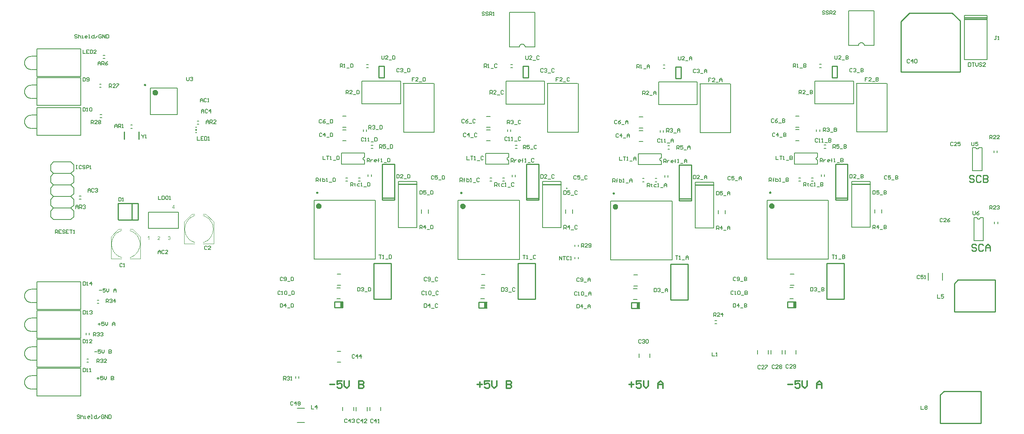
<source format=gbr>
%FSTAX23Y23*%
%MOIN*%
%SFA1B1*%

%IPPOS*%
%ADD62C,0.010000*%
%ADD80C,0.009843*%
%ADD81C,0.023622*%
%ADD82C,0.007874*%
%ADD83C,0.004000*%
%ADD84C,0.005000*%
%ADD85C,0.008000*%
%ADD86C,0.009000*%
%ADD87C,0.006000*%
%ADD88C,0.005905*%
%ADD89C,0.011811*%
%ADD90R,0.025000X0.050000*%
%ADD91R,0.012000X0.005904*%
%ADD92R,0.012000X0.006000*%
%ADD93R,0.012000X0.011906*%
%LNlv1_legend_top-1*%
%LPD*%
G36*
X01898Y02277D02*
X01899D01*
X01899Y02277*
X019Y02276*
X01901Y02276*
X01902Y02276*
X01902Y02276*
X01902*
X01902Y02276*
X01903Y02275*
X01903Y02275*
X01903Y02275*
X01904Y02275*
X01904Y02274*
X01905Y02274*
X01905Y02273*
X01906Y02273*
Y02273*
X01906Y02272*
X01906Y02272*
X01906Y02272*
X01906Y02271*
X01907Y02271*
X01907Y0227*
X01907Y02269*
X01907Y02268*
Y02268*
Y02268*
Y02268*
X01907Y02268*
X01907Y02267*
X01907Y02267*
X01906Y02266*
X01906Y02265*
X01906Y02265*
X01906Y02265*
X01906Y02264*
X01905Y02264*
X01905Y02264*
X01905Y02263*
X01904Y02263*
X01903Y02262*
X01903Y02262*
X01903*
X01903Y02262*
X01903Y02262*
X01903Y02262*
X01903Y02262*
X01904Y02262*
X01904Y02261*
X01905Y02261*
X01906Y02261*
X01906Y0226*
X01907Y02259*
Y02259*
X01907Y02259*
X01907Y02259*
X01907Y02259*
X01907Y02259*
X01907Y02259*
X01908Y02258*
X01908Y02257*
X01908Y02256*
X01908Y02255*
X01909Y02254*
Y02254*
Y02254*
Y02254*
X01908Y02254*
X01908Y02253*
X01908Y02253*
X01908Y02252*
X01908Y02252*
X01908Y02251*
X01908Y02251*
X01908Y0225*
X01907Y02249*
X01907Y02249*
X01906Y02248*
X01906Y02248*
X01905Y02247*
X01905Y02247*
X01905Y02247*
X01905Y02247*
X01905Y02247*
X01905Y02247*
X01904Y02246*
X01904Y02246*
X01903Y02246*
X01903Y02245*
X01902Y02245*
X01902Y02245*
X01901Y02245*
X019Y02245*
X01899Y02244*
X01899Y02244*
X01898Y02244*
X01897*
X01897Y02244*
X01897Y02244*
X01896Y02244*
X01896Y02245*
X01895Y02245*
X01894Y02245*
X01894Y02245*
X01893Y02245*
X01893Y02246*
X01892Y02246*
X01891Y02246*
X01891Y02247*
X01891Y02247*
X01891Y02247*
X01891Y02247*
X0189Y02247*
X0189Y02247*
X0189Y02248*
X0189Y02248*
X01889Y02249*
X01889Y02249*
X01889Y02249*
X01889Y0225*
X01888Y02251*
X01888Y02251*
X01888Y02252*
X01888Y02253*
X01888Y02253*
X01892Y02254*
Y02254*
X01892Y02254*
X01892Y02253*
X01892Y02253*
X01892Y02253*
X01892Y02253*
X01892Y02252*
X01892Y02251*
X01893Y0225*
X01893Y0225*
X01894Y02249*
X01894Y02249*
X01894Y02249*
X01894Y02249*
X01894Y02249*
X01895Y02248*
X01896Y02248*
X01896Y02248*
X01897Y02248*
X01898Y02248*
X01898*
X01898Y02248*
X01899*
X01899Y02248*
X01899Y02248*
X019Y02248*
X01901Y02248*
X01902Y02249*
X01902Y02249*
X01902Y02249*
X01903Y02249*
X01903Y0225*
X01903Y0225*
X01903Y0225*
X01903Y0225*
X01903Y02251*
X01904Y02251*
X01904Y02252*
X01904Y02253*
X01904Y02254*
Y02254*
Y02254*
Y02254*
Y02254*
X01904Y02255*
Y02255*
X01904Y02255*
X01904Y02256*
X01904Y02256*
X01904Y02257*
X01903Y02258*
X01903Y02258*
X01903Y02259*
X01903Y02259*
X01902Y02259*
X01902Y02259*
X01901Y02259*
X01901Y0226*
X019Y0226*
X01899Y0226*
X01898Y0226*
X01898*
X01897Y0226*
X01897Y0226*
X01896Y0226*
X01896Y0226*
X01895Y0226*
X01896Y02263*
X01896*
X01896Y02263*
X01896Y02263*
X01897*
X01897Y02263*
X01897Y02263*
X01898Y02263*
X01899Y02264*
X01899Y02264*
X019Y02264*
X01901Y02265*
X01901*
X01901Y02265*
X01901Y02265*
X01902Y02265*
X01902Y02266*
X01902Y02266*
X01903Y02267*
X01903Y02268*
X01903Y02268*
X01903Y02269*
Y02269*
Y02269*
X01903Y02269*
X01903Y02269*
X01903Y0227*
X01903Y0227*
X01902Y02271*
X01902Y02272*
X01901Y02272*
X01901Y02272*
X01901Y02272*
X01901Y02273*
X019Y02273*
X019Y02273*
X01899Y02273*
X01899Y02273*
X01898Y02274*
X01898*
X01897Y02273*
X01897Y02273*
X01896Y02273*
X01896Y02273*
X01895Y02273*
X01895Y02273*
X01894Y02272*
X01894Y02272*
X01894Y02272*
X01893Y02271*
X01893Y02271*
X01893Y0227*
X01892Y0227*
X01892Y02269*
X01892Y02268*
X01888Y02269*
Y02269*
X01888Y02269*
X01888Y02269*
X01888Y02269*
X01888Y02269*
X01888Y0227*
X01889Y0227*
X01889Y02271*
X01889Y02272*
X0189Y02273*
X0189Y02274*
X01891Y02274*
X01891Y02275*
X01891Y02275*
X01891Y02275*
X01892Y02275*
X01892Y02275*
X01892Y02275*
X01892Y02275*
X01893Y02275*
X01893Y02276*
X01894Y02276*
X01894Y02276*
X01895Y02276*
X01896Y02277*
X01897Y02277*
X01898Y02277*
X01898*
X01898Y02277*
G37*
G36*
X01939Y02526D02*
X01944D01*
Y02522*
X01939*
Y02515*
X01936*
Y02522*
X01922*
Y02526*
X01936Y02547*
X01939*
Y02526*
G37*
G36*
X01808Y02276D02*
X01808Y02276D01*
X01809Y02276*
X01809Y02276*
X0181Y02276*
X01811Y02276*
X01811Y02276*
X01812Y02275*
X01813Y02275*
X01813Y02275*
X01814Y02274*
X01814Y02274*
X01814Y02274*
X01814Y02274*
X01815Y02274*
X01815Y02273*
X01815Y02273*
X01815Y02273*
X01815Y02272*
X01816Y02272*
X01816Y02272*
X01816Y02271*
X01817Y0227*
X01817Y0227*
X01817Y02269*
X01817Y02268*
X01817Y02268*
Y02267*
Y02267*
X01817Y02267*
X01817Y02266*
X01817Y02266*
X01817Y02265*
X01816Y02264*
X01816Y02264*
X01816Y02264*
X01816Y02263*
X01816Y02263*
X01816Y02263*
X01815Y02262*
X01815Y02261*
X01814Y02261*
X01814Y0226*
Y0226*
X01813Y0226*
X01813Y0226*
X01813Y0226*
X01813Y02259*
X01813Y02259*
X01812Y02259*
X01812Y02258*
X01812Y02258*
X01811Y02258*
X01811Y02257*
X0181Y02257*
X0181Y02256*
X01809Y02256*
X01808Y02255*
X01808Y02254*
X01807Y02254*
X01807Y02254*
X01807Y02254*
X01807Y02254*
X01807Y02254*
X01806Y02253*
X01806Y02253*
X01805Y02252*
X01804Y02251*
X01804Y02251*
X01804Y02251*
X01803Y02251*
X01803Y0225*
X01803Y0225*
X01803Y0225*
X01803Y0225*
X01802Y0225*
X01802Y02249*
X01802Y02249*
X01801Y02248*
X01817*
Y02244*
X01796*
Y02245*
Y02245*
Y02245*
X01796Y02245*
X01796Y02246*
X01796Y02246*
X01796Y02247*
X01796Y02247*
Y02247*
X01796Y02247*
X01797Y02247*
X01797Y02248*
X01797Y02248*
X01797Y02248*
X01797Y02249*
X01798Y0225*
X01798Y02251*
X01799Y02251*
X01799Y02251*
X01799Y02251*
X01799Y02252*
X01799Y02252*
X018Y02252*
X018Y02253*
X01801Y02253*
X01802Y02254*
X01803Y02255*
X01804Y02256*
X01804Y02256*
X01804Y02256*
X01805Y02257*
X01805Y02257*
X01805Y02257*
X01806Y02258*
X01806Y02258*
X01807Y02259*
X01808Y0226*
X01809Y02261*
X0181Y02261*
X0181Y02262*
X01811Y02262*
X01811Y02263*
X01811Y02263*
X01811Y02263*
X01811Y02263*
X01811Y02263*
X01812Y02264*
X01812Y02264*
X01812Y02264*
X01812Y02265*
X01813Y02266*
X01813Y02267*
X01813Y02267*
Y02268*
Y02268*
Y02268*
Y02268*
X01813Y02268*
X01813Y02268*
X01813Y02269*
X01813Y0227*
X01812Y0227*
X01812Y02271*
X01811Y02272*
X01811Y02272*
X01811Y02272*
X01811Y02272*
X0181Y02272*
X01809Y02273*
X01809Y02273*
X01808Y02273*
X01807Y02273*
X01807*
X01806Y02273*
X01806*
X01806Y02273*
X01805Y02273*
X01805Y02273*
X01804Y02272*
X01803Y02272*
X01802Y02271*
X01802Y02271*
X01802Y02271*
X01802Y02271*
X01802Y0227*
X01801Y0227*
X01801Y02269*
X01801Y02268*
X01801Y02267*
X01797Y02267*
Y02267*
X01797Y02267*
Y02268*
X01797Y02268*
X01797Y02268*
X01797Y02269*
X01797Y02269*
X01797Y0227*
X01798Y02271*
X01798Y02271*
X01798Y02272*
X01798Y02273*
X01799Y02273*
X01799Y02274*
X018Y02274*
X018Y02274*
X018Y02274*
X018Y02274*
X018Y02274*
X01801Y02275*
X01801Y02275*
X01801Y02275*
X01802Y02275*
X01802Y02275*
X01803Y02276*
X01803Y02276*
X01804Y02276*
X01805Y02276*
X01805Y02276*
X01806Y02276*
X01807Y02276*
X01807*
X01808Y02276*
G37*
G36*
X01723Y02245D02*
X01719D01*
Y0227*
X01719Y0227*
X01718Y02269*
X01718Y02269*
X01718Y02269*
X01717Y02268*
X01716Y02268*
X01716Y02267*
X01715Y02267*
X01715*
X01715Y02267*
X01715Y02267*
X01715Y02267*
X01714Y02267*
X01714Y02266*
X01713Y02266*
X01712Y02266*
X01712Y02265*
X01711Y02265*
Y02269*
X01711*
X01711Y02269*
X01711Y02269*
X01711Y02269*
X01712Y02269*
X01712Y02269*
X01713Y0227*
X01714Y0227*
X01715Y02271*
X01716Y02272*
X01717Y02272*
X01717Y02273*
X01717Y02273*
X01717Y02273*
X01717Y02273*
X01717Y02273*
X01718Y02274*
X01718Y02274*
X01719Y02275*
X0172Y02276*
X0172Y02277*
X01723*
Y02245*
G37*
%LNlv1_legend_top-2*%
%LPC*%
G36*
X01936Y0254D02*
X01926Y02526D01*
X01936*
Y0254*
G37*
%LNlv1_legend_top-3*%
%LPD*%
G54D62*
X0534Y02694D02*
X05344Y0269D01*
X07643Y03753D02*
X07688D01*
X07643Y03653D02*
Y03753D01*
X07688Y03653D02*
Y03753D01*
X07643Y03653D02*
X07688D01*
X07813Y02728D02*
X07973D01*
X07598Y01733D02*
X07748D01*
X07598D02*
Y02043D01*
X07748*
Y01733D02*
Y02043D01*
X07258Y01658D02*
Y01708D01*
Y01658D02*
X07328D01*
X07258Y01708D02*
X07328D01*
X07673Y02593D02*
Y02608D01*
Y02593D02*
X07778D01*
Y02608*
X07673D02*
X07778D01*
Y02903*
X07673D02*
X07778D01*
X07673Y02608D02*
Y02903D01*
X06287Y03746D02*
X06332D01*
X06287Y03646D02*
Y03746D01*
X06332Y03646D02*
Y03746D01*
X06287Y03646D02*
X06332D01*
X06457Y02721D02*
X06617D01*
X06242Y01726D02*
X06392D01*
X06242D02*
Y02036D01*
X06392*
Y01726D02*
Y02036D01*
X05902Y01651D02*
Y01701D01*
Y01651D02*
X05972D01*
X05902Y01701D02*
X05972D01*
X06317Y02586D02*
Y02601D01*
Y02586D02*
X06422D01*
Y02601*
X06317D02*
X06422D01*
Y02896*
X06317D02*
X06422D01*
X06317Y02601D02*
Y02896D01*
X04964Y03751D02*
X05009D01*
X04964Y03651D02*
Y03751D01*
X05009Y03651D02*
Y03751D01*
X04964Y03651D02*
X05009D01*
X05134Y02726D02*
X05294D01*
X04919Y01731D02*
X05069D01*
X04919D02*
Y02041D01*
X05069*
Y01731D02*
Y02041D01*
X04579Y01656D02*
Y01706D01*
Y01656D02*
X04649D01*
X04579Y01706D02*
X04649D01*
X04994Y02591D02*
Y02606D01*
Y02591D02*
X05099D01*
Y02606*
X04994D02*
X05099D01*
Y02901*
X04994D02*
X05099D01*
X04994Y02606D02*
Y02901D01*
X08315Y04213D02*
X08685D01*
X0824Y04138D02*
X08315Y04213D01*
X0824Y03701D02*
Y04138D01*
Y03701D02*
X08752D01*
X08685Y04213D02*
X08752Y04146D01*
Y03701D02*
Y04146D01*
X03745Y02592D02*
Y02607D01*
Y02592D02*
X0385D01*
Y02607*
X03745D02*
X0385D01*
Y02902*
X03745D02*
X0385D01*
X03745Y02607D02*
Y02902D01*
X0333Y01657D02*
Y01707D01*
Y01657D02*
X034D01*
X0333Y01707D02*
X034D01*
X0367Y01732D02*
X0382D01*
X0367D02*
Y02042D01*
X0382*
Y01732D02*
Y02042D01*
X03885Y02727D02*
X04045D01*
X03715Y03752D02*
X0376D01*
X03715Y03652D02*
Y03752D01*
X0376Y03652D02*
Y03752D01*
X03715Y03652D02*
X0376D01*
X01626Y0242D02*
Y0256D01*
X01453D02*
X01623D01*
X01453Y0242D02*
Y0256D01*
X01456Y02419D02*
X01626D01*
X01575D02*
Y0256D01*
X08703Y01866D02*
X08734Y01898D01*
X09057*
Y01622D02*
Y01898D01*
X08703Y01622D02*
X09057D01*
X08703D02*
Y01866D01*
X08581Y009D02*
X08612Y00931D01*
X08935*
Y00656D02*
Y00931D01*
X08581Y00656D02*
X08935D01*
X08581D02*
Y009D01*
X08791Y04157D02*
X08984D01*
X08791Y04173D02*
X08988D01*
X08893Y02198D02*
X08883Y02208D01*
X08863*
X08853Y02198*
Y02188*
X08863Y02178*
X08883*
X08893Y02168*
Y02158*
X08883Y02148*
X08863*
X08853Y02158*
X08953Y02198D02*
X08943Y02208D01*
X08923*
X08913Y02198*
Y02158*
X08923Y02148*
X08943*
X08953Y02158*
X08973Y02148D02*
Y02188D01*
X08993Y02208*
X09013Y02188*
Y02148*
Y02178*
X08973*
X08872Y02796D02*
X08862Y02806D01*
X08842*
X08832Y02796*
Y02786*
X08842Y02776*
X08862*
X08872Y02766*
Y02756*
X08862Y02746*
X08842*
X08832Y02756*
X08932Y02796D02*
X08922Y02806D01*
X08902*
X08892Y02796*
Y02756*
X08902Y02746*
X08922*
X08932Y02756*
X08952Y02806D02*
Y02746D01*
X08982*
X08992Y02756*
Y02766*
X08982Y02776*
X08952*
X08982*
X08992Y02786*
Y02796*
X08982Y02806*
X08952*
G54D80*
X07111Y02655D02*
D01*
X07111Y02656*
X07111Y02656*
X07111Y02656*
X0711Y02657*
X0711Y02657*
X0711Y02657*
X0711Y02658*
X0711Y02658*
X0711Y02658*
X0711Y02658*
X07109Y02659*
X07109Y02659*
X07109Y02659*
X07109Y02659*
X07108Y0266*
X07108Y0266*
X07108Y0266*
X07107Y0266*
X07107Y0266*
X07107Y0266*
X07106Y0266*
X07106Y0266*
X07106*
X07105Y0266*
X07105Y0266*
X07105Y0266*
X07104Y0266*
X07104Y0266*
X07104Y0266*
X07103Y0266*
X07103Y02659*
X07103Y02659*
X07102Y02659*
X07102Y02659*
X07102Y02658*
X07102Y02658*
X07102Y02658*
X07101Y02658*
X07101Y02657*
X07101Y02657*
X07101Y02657*
X07101Y02656*
X07101Y02656*
X07101Y02656*
X07101Y02655*
X07101Y02655*
X07101Y02655*
X07101Y02654*
X07101Y02654*
X07101Y02654*
X07101Y02653*
X07101Y02653*
X07102Y02653*
X07102Y02652*
X07102Y02652*
X07102Y02652*
X07102Y02652*
X07103Y02651*
X07103Y02651*
X07103Y02651*
X07104Y02651*
X07104Y02651*
X07104Y02651*
X07105Y02651*
X07105Y0265*
X07105Y0265*
X07106Y0265*
X07106*
X07106Y0265*
X07107Y0265*
X07107Y02651*
X07107Y02651*
X07108Y02651*
X07108Y02651*
X07108Y02651*
X07109Y02651*
X07109Y02651*
X07109Y02652*
X07109Y02652*
X0711Y02652*
X0711Y02652*
X0711Y02653*
X0711Y02653*
X0711Y02653*
X0711Y02654*
X0711Y02654*
X07111Y02654*
X07111Y02655*
X07111Y02655*
X07111Y02655*
X05755Y02649D02*
D01*
X05755Y02649*
X05755Y02649*
X05755Y0265*
X05755Y0265*
X05754Y0265*
X05754Y02651*
X05754Y02651*
X05754Y02651*
X05754Y02652*
X05754Y02652*
X05753Y02652*
X05753Y02652*
X05753Y02653*
X05753Y02653*
X05752Y02653*
X05752Y02653*
X05752Y02653*
X05751Y02653*
X05751Y02653*
X05751Y02653*
X0575Y02654*
X0575Y02654*
X0575*
X05749Y02654*
X05749Y02653*
X05749Y02653*
X05748Y02653*
X05748Y02653*
X05748Y02653*
X05747Y02653*
X05747Y02653*
X05747Y02653*
X05747Y02652*
X05746Y02652*
X05746Y02652*
X05746Y02652*
X05746Y02651*
X05746Y02651*
X05745Y02651*
X05745Y0265*
X05745Y0265*
X05745Y0265*
X05745Y02649*
X05745Y02649*
X05745Y02649*
X05745Y02648*
X05745Y02648*
X05745Y02648*
X05745Y02647*
X05745Y02647*
X05745Y02647*
X05746Y02646*
X05746Y02646*
X05746Y02646*
X05746Y02645*
X05746Y02645*
X05747Y02645*
X05747Y02645*
X05747Y02645*
X05747Y02644*
X05748Y02644*
X05748Y02644*
X05748Y02644*
X05749Y02644*
X05749Y02644*
X05749Y02644*
X0575Y02644*
X0575*
X0575Y02644*
X05751Y02644*
X05751Y02644*
X05751Y02644*
X05752Y02644*
X05752Y02644*
X05752Y02644*
X05753Y02645*
X05753Y02645*
X05753Y02645*
X05753Y02645*
X05754Y02645*
X05754Y02646*
X05754Y02646*
X05754Y02646*
X05754Y02647*
X05754Y02647*
X05755Y02647*
X05755Y02648*
X05755Y02648*
X05755Y02648*
X05755Y02649*
X04432Y02654D02*
D01*
X04432Y02654*
X04432Y02654*
X04432Y02655*
X04432Y02655*
X04432Y02655*
X04432Y02656*
X04431Y02656*
X04431Y02656*
X04431Y02657*
X04431Y02657*
X04431Y02657*
X0443Y02657*
X0443Y02658*
X0443Y02658*
X04429Y02658*
X04429Y02658*
X04429Y02658*
X04429Y02658*
X04428Y02659*
X04428Y02659*
X04428Y02659*
X04427Y02659*
X04427*
X04427Y02659*
X04426Y02659*
X04426Y02659*
X04425Y02658*
X04425Y02658*
X04425Y02658*
X04425Y02658*
X04424Y02658*
X04424Y02658*
X04424Y02657*
X04423Y02657*
X04423Y02657*
X04423Y02657*
X04423Y02656*
X04423Y02656*
X04423Y02656*
X04422Y02655*
X04422Y02655*
X04422Y02655*
X04422Y02654*
X04422Y02654*
X04422Y02654*
X04422Y02653*
X04422Y02653*
X04422Y02653*
X04422Y02652*
X04422Y02652*
X04423Y02652*
X04423Y02651*
X04423Y02651*
X04423Y02651*
X04423Y02651*
X04423Y0265*
X04424Y0265*
X04424Y0265*
X04424Y0265*
X04425Y02649*
X04425Y02649*
X04425Y02649*
X04425Y02649*
X04426Y02649*
X04426Y02649*
X04427Y02649*
X04427Y02649*
X04427*
X04428Y02649*
X04428Y02649*
X04428Y02649*
X04429Y02649*
X04429Y02649*
X04429Y02649*
X04429Y02649*
X0443Y0265*
X0443Y0265*
X0443Y0265*
X04431Y0265*
X04431Y02651*
X04431Y02651*
X04431Y02651*
X04431Y02651*
X04432Y02652*
X04432Y02652*
X04432Y02652*
X04432Y02653*
X04432Y02653*
X04432Y02653*
X04432Y02654*
X01691Y03589D02*
D01*
X01691Y03589*
X01691Y03589*
X01691Y0359*
X01691Y0359*
X01691Y0359*
X01691Y03591*
X0169Y03591*
X0169Y03591*
X0169Y03592*
X0169Y03592*
X0169Y03592*
X01689Y03592*
X01689Y03593*
X01689Y03593*
X01689Y03593*
X01688Y03593*
X01688Y03593*
X01688Y03593*
X01687Y03593*
X01687Y03594*
X01687Y03594*
X01686Y03594*
X01686*
X01686Y03594*
X01685Y03594*
X01685Y03593*
X01685Y03593*
X01684Y03593*
X01684Y03593*
X01684Y03593*
X01683Y03593*
X01683Y03593*
X01683Y03592*
X01683Y03592*
X01682Y03592*
X01682Y03592*
X01682Y03591*
X01682Y03591*
X01682Y03591*
X01681Y0359*
X01681Y0359*
X01681Y0359*
X01681Y03589*
X01681Y03589*
X01681Y03589*
X01681Y03588*
X01681Y03588*
X01681Y03588*
X01681Y03587*
X01681Y03587*
X01682Y03587*
X01682Y03586*
X01682Y03586*
X01682Y03586*
X01682Y03586*
X01683Y03585*
X01683Y03585*
X01683Y03585*
X01683Y03585*
X01684Y03584*
X01684Y03584*
X01684Y03584*
X01685Y03584*
X01685Y03584*
X01685Y03584*
X01686Y03584*
X01686Y03584*
X01686*
X01687Y03584*
X01687Y03584*
X01687Y03584*
X01688Y03584*
X01688Y03584*
X01688Y03584*
X01689Y03584*
X01689Y03585*
X01689Y03585*
X01689Y03585*
X0169Y03585*
X0169Y03586*
X0169Y03586*
X0169Y03586*
X0169Y03586*
X01691Y03587*
X01691Y03587*
X01691Y03587*
X01691Y03588*
X01691Y03588*
X01691Y03588*
X01691Y03589*
X03183Y02655D02*
D01*
X03183Y02655*
X03183Y02655*
X03183Y02656*
X03183Y02656*
X03183Y02656*
X03183Y02657*
X03183Y02657*
X03182Y02657*
X03182Y02657*
X03182Y02658*
X03182Y02658*
X03181Y02658*
X03181Y02658*
X03181Y02659*
X03181Y02659*
X0318Y02659*
X0318Y02659*
X0318Y02659*
X03179Y02659*
X03179Y02659*
X03179Y02659*
X03178Y02659*
X03178*
X03178Y02659*
X03177Y02659*
X03177Y02659*
X03177Y02659*
X03176Y02659*
X03176Y02659*
X03176Y02659*
X03175Y02659*
X03175Y02658*
X03175Y02658*
X03175Y02658*
X03174Y02658*
X03174Y02657*
X03174Y02657*
X03174Y02657*
X03174Y02657*
X03174Y02656*
X03173Y02656*
X03173Y02656*
X03173Y02655*
X03173Y02655*
X03173Y02655*
X03173Y02654*
X03173Y02654*
X03173Y02654*
X03173Y02653*
X03174Y02653*
X03174Y02653*
X03174Y02652*
X03174Y02652*
X03174Y02652*
X03174Y02651*
X03175Y02651*
X03175Y02651*
X03175Y02651*
X03175Y0265*
X03176Y0265*
X03176Y0265*
X03176Y0265*
X03177Y0265*
X03177Y0265*
X03177Y0265*
X03178Y0265*
X03178Y0265*
X03178*
X03179Y0265*
X03179Y0265*
X03179Y0265*
X0318Y0265*
X0318Y0265*
X0318Y0265*
X03181Y0265*
X03181Y0265*
X03181Y02651*
X03181Y02651*
X03182Y02651*
X03182Y02651*
X03182Y02652*
X03182Y02652*
X03183Y02652*
X03183Y02653*
X03183Y02653*
X03183Y02653*
X03183Y02654*
X03183Y02654*
X03183Y02654*
X03183Y02655*
G54D81*
X07131Y02539D02*
D01*
X07131Y0254*
X07131Y02541*
X07131Y02542*
X07131Y02542*
X0713Y02543*
X0713Y02544*
X0713Y02545*
X07129Y02545*
X07129Y02546*
X07128Y02547*
X07128Y02547*
X07127Y02548*
X07127Y02548*
X07126Y02549*
X07125Y02549*
X07125Y0255*
X07124Y0255*
X07123Y0255*
X07122Y02551*
X07121Y02551*
X07121Y02551*
X0712Y02551*
X07119*
X07118Y02551*
X07117Y02551*
X07116Y02551*
X07116Y0255*
X07115Y0255*
X07114Y0255*
X07113Y02549*
X07113Y02549*
X07112Y02548*
X07111Y02548*
X07111Y02547*
X0711Y02547*
X0711Y02546*
X07109Y02545*
X07109Y02545*
X07109Y02544*
X07108Y02543*
X07108Y02542*
X07108Y02542*
X07108Y02541*
X07108Y0254*
X07108Y02539*
X07108Y02538*
X07108Y02538*
X07108Y02537*
X07108Y02536*
X07108Y02535*
X07109Y02534*
X07109Y02534*
X07109Y02533*
X0711Y02532*
X0711Y02532*
X07111Y02531*
X07111Y0253*
X07112Y0253*
X07113Y02529*
X07113Y02529*
X07114Y02529*
X07115Y02528*
X07116Y02528*
X07116Y02528*
X07117Y02528*
X07118Y02527*
X07119Y02527*
X0712*
X07121Y02527*
X07121Y02528*
X07122Y02528*
X07123Y02528*
X07124Y02528*
X07125Y02529*
X07125Y02529*
X07126Y02529*
X07127Y0253*
X07127Y0253*
X07128Y02531*
X07128Y02532*
X07129Y02532*
X07129Y02533*
X0713Y02534*
X0713Y02534*
X0713Y02535*
X07131Y02536*
X07131Y02537*
X07131Y02538*
X07131Y02538*
X07131Y02539*
X05775Y02532D02*
D01*
X05775Y02533*
X05775Y02534*
X05775Y02535*
X05775Y02536*
X05775Y02537*
X05774Y02537*
X05774Y02538*
X05773Y02539*
X05773Y02539*
X05772Y0254*
X05772Y02541*
X05771Y02541*
X05771Y02542*
X0577Y02542*
X05769Y02543*
X05769Y02543*
X05768Y02543*
X05767Y02544*
X05766Y02544*
X05765Y02544*
X05765Y02544*
X05764Y02544*
X05763*
X05762Y02544*
X05761Y02544*
X05761Y02544*
X0576Y02544*
X05759Y02543*
X05758Y02543*
X05758Y02543*
X05757Y02542*
X05756Y02542*
X05756Y02541*
X05755Y02541*
X05754Y0254*
X05754Y02539*
X05753Y02539*
X05753Y02538*
X05753Y02537*
X05752Y02537*
X05752Y02536*
X05752Y02535*
X05752Y02534*
X05752Y02533*
X05752Y02532*
X05752Y02532*
X05752Y02531*
X05752Y0253*
X05752Y02529*
X05752Y02528*
X05753Y02528*
X05753Y02527*
X05753Y02526*
X05754Y02526*
X05754Y02525*
X05755Y02524*
X05756Y02524*
X05756Y02523*
X05757Y02523*
X05758Y02522*
X05758Y02522*
X05759Y02522*
X0576Y02521*
X05761Y02521*
X05761Y02521*
X05762Y02521*
X05763Y02521*
X05764*
X05765Y02521*
X05765Y02521*
X05766Y02521*
X05767Y02521*
X05768Y02522*
X05769Y02522*
X05769Y02522*
X0577Y02523*
X05771Y02523*
X05771Y02524*
X05772Y02524*
X05772Y02525*
X05773Y02526*
X05773Y02526*
X05774Y02527*
X05774Y02528*
X05775Y02528*
X05775Y02529*
X05775Y0253*
X05775Y02531*
X05775Y02532*
X05775Y02532*
X04452Y02538D02*
D01*
X04452Y02538*
X04452Y02539*
X04452Y0254*
X04452Y02541*
X04452Y02542*
X04451Y02542*
X04451Y02543*
X04451Y02544*
X0445Y02545*
X0445Y02545*
X04449Y02546*
X04449Y02546*
X04448Y02547*
X04447Y02547*
X04447Y02548*
X04446Y02548*
X04445Y02549*
X04444Y02549*
X04443Y02549*
X04443Y02549*
X04442Y02549*
X04441Y02549*
X0444*
X04439Y02549*
X04439Y02549*
X04438Y02549*
X04437Y02549*
X04436Y02549*
X04435Y02548*
X04435Y02548*
X04434Y02547*
X04433Y02547*
X04433Y02546*
X04432Y02546*
X04432Y02545*
X04431Y02545*
X04431Y02544*
X0443Y02543*
X0443Y02542*
X0443Y02542*
X04429Y02541*
X04429Y0254*
X04429Y02539*
X04429Y02538*
X04429Y02538*
X04429Y02537*
X04429Y02536*
X04429Y02535*
X04429Y02534*
X0443Y02534*
X0443Y02533*
X0443Y02532*
X04431Y02531*
X04431Y02531*
X04432Y0253*
X04432Y02529*
X04433Y02529*
X04433Y02528*
X04434Y02528*
X04435Y02527*
X04435Y02527*
X04436Y02527*
X04437Y02526*
X04438Y02526*
X04439Y02526*
X04439Y02526*
X0444Y02526*
X04441*
X04442Y02526*
X04443Y02526*
X04443Y02526*
X04444Y02526*
X04445Y02527*
X04446Y02527*
X04447Y02527*
X04447Y02528*
X04448Y02528*
X04449Y02529*
X04449Y02529*
X0445Y0253*
X0445Y02531*
X04451Y02531*
X04451Y02532*
X04451Y02533*
X04452Y02534*
X04452Y02534*
X04452Y02535*
X04452Y02536*
X04452Y02537*
X04452Y02538*
X01787Y03523D02*
D01*
X01786Y03524*
X01786Y03524*
X01786Y03525*
X01786Y03526*
X01786Y03527*
X01785Y03528*
X01785Y03528*
X01785Y03529*
X01784Y0353*
X01784Y0353*
X01783Y03531*
X01783Y03532*
X01782Y03532*
X01781Y03533*
X01781Y03533*
X0178Y03533*
X01779Y03534*
X01778Y03534*
X01778Y03534*
X01777Y03534*
X01776Y03534*
X01775Y03535*
X01774*
X01773Y03534*
X01773Y03534*
X01772Y03534*
X01771Y03534*
X0177Y03534*
X0177Y03533*
X01769Y03533*
X01768Y03533*
X01767Y03532*
X01767Y03532*
X01766Y03531*
X01766Y0353*
X01765Y0353*
X01765Y03529*
X01764Y03528*
X01764Y03528*
X01764Y03527*
X01763Y03526*
X01763Y03525*
X01763Y03524*
X01763Y03524*
X01763Y03523*
X01763Y03522*
X01763Y03521*
X01763Y0352*
X01763Y03519*
X01764Y03519*
X01764Y03518*
X01764Y03517*
X01765Y03516*
X01765Y03516*
X01766Y03515*
X01766Y03515*
X01767Y03514*
X01767Y03513*
X01768Y03513*
X01769Y03512*
X0177Y03512*
X0177Y03512*
X01771Y03511*
X01772Y03511*
X01773Y03511*
X01773Y03511*
X01774Y03511*
X01775*
X01776Y03511*
X01777Y03511*
X01778Y03511*
X01778Y03511*
X01779Y03512*
X0178Y03512*
X01781Y03512*
X01781Y03513*
X01782Y03513*
X01783Y03514*
X01783Y03515*
X01784Y03515*
X01784Y03516*
X01785Y03516*
X01785Y03517*
X01785Y03518*
X01786Y03519*
X01786Y03519*
X01786Y0352*
X01786Y03521*
X01786Y03522*
X01787Y03523*
X03204Y02538D02*
D01*
X03204Y02539*
X03203Y0254*
X03203Y02541*
X03203Y02542*
X03203Y02542*
X03203Y02543*
X03202Y02544*
X03202Y02545*
X03201Y02545*
X03201Y02546*
X032Y02547*
X032Y02547*
X03199Y02548*
X03198Y02548*
X03198Y02549*
X03197Y02549*
X03196Y02549*
X03195Y0255*
X03195Y0255*
X03194Y0255*
X03193Y0255*
X03192Y0255*
X03191*
X03191Y0255*
X0319Y0255*
X03189Y0255*
X03188Y0255*
X03187Y02549*
X03187Y02549*
X03186Y02549*
X03185Y02548*
X03185Y02548*
X03184Y02547*
X03183Y02547*
X03183Y02546*
X03182Y02545*
X03182Y02545*
X03181Y02544*
X03181Y02543*
X03181Y02542*
X0318Y02542*
X0318Y02541*
X0318Y0254*
X0318Y02539*
X0318Y02538*
X0318Y02538*
X0318Y02537*
X0318Y02536*
X0318Y02535*
X03181Y02534*
X03181Y02534*
X03181Y02533*
X03182Y02532*
X03182Y02531*
X03183Y02531*
X03183Y0253*
X03184Y0253*
X03185Y02529*
X03185Y02529*
X03186Y02528*
X03187Y02528*
X03187Y02527*
X03188Y02527*
X03189Y02527*
X0319Y02527*
X03191Y02527*
X03191Y02527*
X03192*
X03193Y02527*
X03194Y02527*
X03195Y02527*
X03195Y02527*
X03196Y02527*
X03197Y02528*
X03198Y02528*
X03198Y02529*
X03199Y02529*
X032Y0253*
X032Y0253*
X03201Y02531*
X03201Y02531*
X03202Y02532*
X03202Y02533*
X03203Y02534*
X03203Y02534*
X03203Y02535*
X03203Y02536*
X03203Y02537*
X03204Y02538*
X03204Y02538*
G54D82*
X07518Y02963D02*
D01*
X07517Y02963*
X07516Y02963*
X07515Y02963*
X07514Y02962*
X07513Y02962*
X07512Y02962*
X07512Y02961*
X07511Y02961*
X0751Y0296*
X0751Y0296*
X07509Y02959*
X07508Y02959*
X07508Y02958*
X07507Y02957*
X07507Y02957*
X07506Y02956*
X07506Y02955*
X07506Y02954*
X07505Y02953*
X07505Y02953*
X07505Y02952*
X07505Y02951*
Y0295*
X07505Y02949*
X07505Y02948*
X07505Y02947*
X07506Y02947*
X07506Y02946*
X07506Y02945*
X07507Y02944*
X07507Y02943*
X07508Y02943*
X07508Y02942*
X07509Y02941*
X0751Y02941*
X0751Y0294*
X07511Y0294*
X07512Y02939*
X07512Y02939*
X07513Y02939*
X07514Y02938*
X07515Y02938*
X07516Y02938*
X07517Y02938*
X07518Y02938*
X06162Y02956D02*
D01*
X06161Y02956*
X0616Y02956*
X06159Y02956*
X06158Y02956*
X06157Y02955*
X06157Y02955*
X06156Y02955*
X06155Y02954*
X06154Y02954*
X06154Y02953*
X06153Y02953*
X06152Y02952*
X06152Y02951*
X06151Y02951*
X06151Y0295*
X0615Y02949*
X0615Y02948*
X0615Y02948*
X0615Y02947*
X06149Y02946*
X06149Y02945*
X06149Y02944*
Y02943*
X06149Y02942*
X06149Y02942*
X0615Y02941*
X0615Y0294*
X0615Y02939*
X0615Y02938*
X06151Y02937*
X06151Y02937*
X06152Y02936*
X06152Y02935*
X06153Y02935*
X06154Y02934*
X06154Y02934*
X06155Y02933*
X06156Y02933*
X06157Y02932*
X06157Y02932*
X06158Y02932*
X06159Y02931*
X0616Y02931*
X06161Y02931*
X06162Y02931*
X04839Y02961D02*
D01*
X04838Y02961*
X04837Y02961*
X04836Y02961*
X04835Y02961*
X04835Y02961*
X04834Y0296*
X04833Y0296*
X04832Y02959*
X04831Y02959*
X04831Y02958*
X0483Y02958*
X0483Y02957*
X04829Y02957*
X04828Y02956*
X04828Y02955*
X04828Y02954*
X04827Y02953*
X04827Y02953*
X04827Y02952*
X04827Y02951*
X04826Y0295*
X04826Y02949*
Y02948*
X04826Y02948*
X04827Y02947*
X04827Y02946*
X04827Y02945*
X04827Y02944*
X04828Y02943*
X04828Y02943*
X04828Y02942*
X04829Y02941*
X0483Y0294*
X0483Y0294*
X04831Y02939*
X04831Y02939*
X04832Y02938*
X04833Y02938*
X04834Y02937*
X04835Y02937*
X04835Y02937*
X04836Y02937*
X04837Y02936*
X04838Y02936*
X04839Y02936*
X07922Y03931D02*
D01*
X07922Y03932*
X07922Y03934*
X07922Y03936*
X07921Y03937*
X07921Y03939*
X0792Y03941*
X07919Y03942*
X07919Y03944*
X07918Y03945*
X07916Y03947*
X07915Y03948*
X07914Y03949*
X07913Y0395*
X07911Y03951*
X0791Y03952*
X07908Y03953*
X07907Y03954*
X07905Y03954*
X07903Y03955*
X07902Y03955*
X079Y03955*
X07898Y03955*
X07896*
X07895Y03955*
X07893Y03955*
X07891Y03955*
X0789Y03954*
X07888Y03954*
X07886Y03953*
X07885Y03952*
X07883Y03951*
X07882Y0395*
X07881Y03949*
X07879Y03948*
X07878Y03947*
X07877Y03945*
X07876Y03944*
X07875Y03942*
X07874Y03941*
X07874Y03939*
X07873Y03937*
X07873Y03936*
X07873Y03934*
X07872Y03932*
X07872Y03931*
X04982Y03919D02*
D01*
X04982Y0392*
X04982Y03922*
X04982Y03924*
X04981Y03925*
X04981Y03927*
X0498Y03929*
X04979Y0393*
X04979Y03932*
X04978Y03933*
X04976Y03935*
X04975Y03936*
X04974Y03937*
X04973Y03938*
X04971Y03939*
X0497Y0394*
X04968Y03941*
X04967Y03942*
X04965Y03942*
X04963Y03943*
X04962Y03943*
X0496Y03943*
X04958Y03943*
X04956*
X04955Y03943*
X04953Y03943*
X04951Y03943*
X0495Y03942*
X04948Y03942*
X04946Y03941*
X04945Y0394*
X04943Y03939*
X04942Y03938*
X04941Y03937*
X04939Y03936*
X04938Y03935*
X04937Y03933*
X04936Y03932*
X04935Y0393*
X04934Y03929*
X04934Y03927*
X04933Y03925*
X04933Y03924*
X04933Y03922*
X04932Y0392*
X04932Y03919*
X0889Y03046D02*
D01*
X0889Y03045*
X0889Y03044*
X0889Y03044*
X08891Y03043*
X08891Y03042*
X08891Y03041*
X08892Y0304*
X08892Y03039*
X08893Y03039*
X08893Y03038*
X08894Y03037*
X08894Y03037*
X08895Y03036*
X08896Y03036*
X08896Y03035*
X08897Y03035*
X08898Y03035*
X08899Y03034*
X089Y03034*
X089Y03034*
X08901Y03034*
X08902Y03034*
X08903*
X08904Y03034*
X08905Y03034*
X08906Y03034*
X08907Y03034*
X08907Y03035*
X08908Y03035*
X08909Y03035*
X0891Y03036*
X0891Y03036*
X08911Y03037*
X08912Y03037*
X08912Y03038*
X08913Y03039*
X08913Y03039*
X08914Y0304*
X08914Y03041*
X08914Y03042*
X08915Y03043*
X08915Y03044*
X08915Y03044*
X08915Y03045*
X08915Y03046*
X08901Y02437D02*
D01*
X08901Y02436*
X08901Y02435*
X08901Y02434*
X08901Y02434*
X08902Y02433*
X08902Y02432*
X08902Y02431*
X08903Y0243*
X08903Y0243*
X08904Y02429*
X08904Y02428*
X08905Y02428*
X08906Y02427*
X08906Y02427*
X08907Y02426*
X08908Y02426*
X08909Y02425*
X0891Y02425*
X0891Y02425*
X08911Y02425*
X08912Y02425*
X08913Y02425*
X08914*
X08915Y02425*
X08916Y02425*
X08916Y02425*
X08917Y02425*
X08918Y02425*
X08919Y02426*
X0892Y02426*
X0892Y02427*
X08921Y02427*
X08922Y02428*
X08922Y02428*
X08923Y02429*
X08924Y0243*
X08924Y0243*
X08924Y02431*
X08925Y02432*
X08925Y02433*
X08925Y02434*
X08926Y02434*
X08926Y02435*
X08926Y02436*
X08926Y02437*
X0359Y02962D02*
D01*
X03589Y02962*
X03588Y02962*
X03587Y02962*
X03587Y02962*
X03586Y02961*
X03585Y02961*
X03584Y02961*
X03583Y0296*
X03583Y0296*
X03582Y02959*
X03581Y02959*
X03581Y02958*
X0358Y02957*
X0358Y02957*
X03579Y02956*
X03579Y02955*
X03578Y02954*
X03578Y02953*
X03578Y02953*
X03578Y02952*
X03578Y02951*
X03578Y0295*
Y02949*
X03578Y02948*
X03578Y02947*
X03578Y02947*
X03578Y02946*
X03578Y02945*
X03579Y02944*
X03579Y02943*
X0358Y02943*
X0358Y02942*
X03581Y02941*
X03581Y02941*
X03582Y0294*
X03583Y02939*
X03583Y02939*
X03584Y02939*
X03585Y02938*
X03586Y02938*
X03587Y02938*
X03587Y02937*
X03588Y02937*
X03589Y02937*
X0359Y02937*
X03007Y00785D02*
X0307D01*
X03007Y00663D02*
X0307D01*
X08478Y01896D02*
Y01959D01*
X086Y01896D02*
Y01959D01*
X07327Y03318D02*
X07358D01*
X07327Y03223D02*
X07358D01*
X07355Y02783D02*
X0737D01*
X07355Y02756D02*
X0737D01*
X07277Y0183D02*
X07308D01*
X07277Y01736D02*
X07308D01*
X07813Y02752D02*
X07893D01*
X07813Y02354D02*
Y02752D01*
Y02354D02*
X07973D01*
Y02752*
X07893D02*
X07973D01*
X07535Y03739D02*
X0755D01*
X07535Y03767D02*
X0755D01*
X07576Y02795D02*
Y02811D01*
X07549Y02795D02*
Y02811D01*
X07281Y01948D02*
X07313D01*
X07281Y01853D02*
X07313D01*
X0708Y02077D02*
X07611D01*
X0708Y02589D02*
X07611D01*
X0708Y02077D02*
Y02589D01*
X07611Y02077D02*
Y02589D01*
X08013Y02477D02*
Y02509D01*
X08072Y02477D02*
Y02509D01*
X07536Y03185D02*
Y03201D01*
X07508Y03185D02*
Y03201D01*
X07575Y03067D02*
X0759D01*
X07575Y03039D02*
X0759D01*
X07518Y02963D02*
Y02997D01*
Y02903D02*
Y02938D01*
X07318Y02903D02*
X07518D01*
X07318D02*
Y02997D01*
X07518*
X07465Y02783D02*
X0748D01*
X07465Y02756D02*
X0748D01*
X07327Y03106D02*
X07358D01*
X07327Y032D02*
X07358D01*
X05971Y03311D02*
X06002D01*
X05971Y03216D02*
X06002D01*
X05999Y02777D02*
X06015D01*
X05999Y02749D02*
X06015D01*
X05921Y01823D02*
X05952D01*
X05921Y01729D02*
X05952D01*
X06457Y02745D02*
X06537D01*
X06457Y02347D02*
Y02745D01*
Y02347D02*
X06617D01*
Y02745*
X06537D02*
X06617D01*
X06179Y03732D02*
X06195D01*
X06179Y0376D02*
X06195D01*
X0622Y02788D02*
Y02804D01*
X06193Y02788D02*
Y02804D01*
X05925Y01941D02*
X05957D01*
X05925Y01846D02*
X05957D01*
X05724Y02071D02*
X06256D01*
X05724Y02582D02*
X06256D01*
X05724Y02071D02*
Y02582D01*
X06256Y02071D02*
Y02582D01*
X06657Y0247D02*
Y02502D01*
X06716Y0247D02*
Y02502D01*
X0618Y03179D02*
Y03194D01*
X06152Y03179D02*
Y03194D01*
X06219Y0306D02*
X06235D01*
X06219Y03032D02*
X06235D01*
X06162Y02956D02*
Y02991D01*
Y02897D02*
Y02931D01*
X05962Y02897D02*
X06162D01*
X05962D02*
Y02991D01*
X06162*
X06109Y02777D02*
X06125D01*
X06109Y02749D02*
X06125D01*
X05971Y03099D02*
X06002D01*
X05971Y03193D02*
X06002D01*
X04648Y03316D02*
X0468D01*
X04648Y03221D02*
X0468D01*
X04676Y02782D02*
X04692D01*
X04676Y02754D02*
X04692D01*
X04598Y01828D02*
X0463D01*
X04598Y01734D02*
X0463D01*
X05134Y0275D02*
X05214D01*
X05134Y02352D02*
Y0275D01*
Y02352D02*
X05294D01*
Y0275*
X05214D02*
X05294D01*
X04856Y03737D02*
X04872D01*
X04856Y03765D02*
X04872D01*
X04898Y02793D02*
Y02809D01*
X0487Y02793D02*
Y02809D01*
X04603Y01946D02*
X04634D01*
X04603Y01851D02*
X04634D01*
X04401Y02076D02*
X04933D01*
X04401Y02588D02*
X04933D01*
X04401Y02076D02*
Y02588D01*
X04933Y02076D02*
Y02588D01*
X05334Y02475D02*
Y02507D01*
X05393Y02475D02*
Y02507D01*
X04857Y03184D02*
Y032D01*
X0483Y03184D02*
Y032D01*
X04896Y03065D02*
X04912D01*
X04896Y03037D02*
X04912D01*
X04839Y02961D02*
Y02996D01*
Y02902D02*
Y02936D01*
X04639Y02902D02*
X04839D01*
X04639D02*
Y02996D01*
X04839*
X04786Y02782D02*
X04802D01*
X04786Y02754D02*
X04802D01*
X04648Y03104D02*
X0468D01*
X04648Y03198D02*
X0468D01*
X01735Y0333D02*
Y03562D01*
X01968Y0333D02*
Y03562D01*
X01735D02*
X01968D01*
X01735Y0333D02*
X01968D01*
X07922Y03931D02*
X08007D01*
X07787D02*
X07872D01*
X07787D02*
Y04231D01*
X08007*
Y03931D02*
Y04231D01*
X04982Y03919D02*
X05067D01*
X04847D02*
X04932D01*
X04847D02*
Y04219D01*
X05067*
Y03919D02*
Y04219D01*
X08861Y03046D02*
X0889D01*
X08915D02*
X08945D01*
Y02846D02*
Y03046D01*
X08861Y02846D02*
X08945D01*
X08861D02*
Y03046D01*
X08872Y02437D02*
X08901D01*
X08926D02*
X08955D01*
Y02237D02*
Y02437D01*
X08872Y02237D02*
X08955D01*
X08872D02*
Y02437D01*
X09046Y03002D02*
Y03017D01*
X09073Y03002D02*
Y03017D01*
X09079Y02384D02*
Y024D01*
X09051Y02384D02*
Y024D01*
X02139Y03275D02*
X02155D01*
X02139Y03248D02*
X02155D01*
X01325Y03818D02*
X01341D01*
X01325Y03846D02*
X01341D01*
X01562Y03241D02*
X01578D01*
X01562Y03213D02*
X01578D01*
X03399Y03105D02*
X03431D01*
X03399Y03199D02*
X03431D01*
X03537Y02783D02*
X03553D01*
X03537Y02755D02*
X03553D01*
X0359Y02962D02*
Y02997D01*
Y02903D02*
Y02937D01*
X0339Y02903D02*
X0359D01*
X0339D02*
Y02997D01*
X0359*
X03647Y03066D02*
X03663D01*
X03647Y03038D02*
X03663D01*
X03608Y03185D02*
Y032D01*
X03581Y03185D02*
Y032D01*
X04085Y02476D02*
Y02508D01*
X04145Y02476D02*
Y02508D01*
X03152Y02077D02*
X03684D01*
X03152Y02588D02*
X03684D01*
X03152Y02077D02*
Y02588D01*
X03684Y02077D02*
Y02588D01*
X03354Y01947D02*
X03385D01*
X03354Y01852D02*
X03385D01*
X03649Y02794D02*
Y0281D01*
X03621Y02794D02*
Y0281D01*
X03607Y03738D02*
X03623D01*
X03607Y03766D02*
X03623D01*
X03885Y02751D02*
X03965D01*
X03885Y02353D02*
Y02751D01*
Y02353D02*
X04045D01*
Y02751*
X03965D02*
X04045D01*
X03349Y01829D02*
X03381D01*
X03349Y01735D02*
X03381D01*
X03427Y02783D02*
X03443D01*
X03427Y02755D02*
X03443D01*
X01116Y02597D02*
X01132D01*
X01116Y02624D02*
X01132D01*
X03353Y01278D02*
X03385D01*
X03353Y01184D02*
X03385D01*
X03401Y00764D02*
Y00796D01*
X03496Y00764D02*
Y00796D01*
X03518Y00763D02*
Y00795D01*
X03612Y00763D02*
Y00795D01*
X03636Y00764D02*
Y00795D01*
X03731Y00764D02*
Y00795D01*
X0302Y01044D02*
Y0106D01*
X02992Y01044D02*
Y0106D01*
X01182Y01186D02*
X01197D01*
X01182Y01213D02*
X01197D01*
X01176Y01422D02*
Y01437D01*
X01203Y01422D02*
Y01437D01*
X01272Y01696D02*
X01287D01*
X01272Y01723D02*
X01287D01*
X01292Y03568D02*
X01307D01*
X01292Y03595D02*
X01307D01*
X01297Y03304D02*
X01312D01*
X01297Y03331D02*
X01312D01*
X03399Y03317D02*
X03431D01*
X03399Y03222D02*
X03431D01*
X05971Y01226D02*
Y01257D01*
X06065Y01226D02*
Y01257D01*
X05443Y0208D02*
Y02096D01*
X05415Y0208D02*
Y02096D01*
X06627Y01545D02*
X06642D01*
X06627Y01518D02*
X06642D01*
X05442Y02187D02*
Y02203D01*
X05414Y02187D02*
Y02203D01*
X06996Y01255D02*
Y01287D01*
X0709Y01255D02*
Y01287D01*
X07114Y01256D02*
Y01287D01*
X07209Y01256D02*
Y01287D01*
X07237Y01255D02*
Y01287D01*
X07331Y01255D02*
Y01287D01*
X06631Y03597D02*
X06761D01*
X06765Y03174D02*
Y03597D01*
X06501Y03174D02*
X06765D01*
X06501D02*
Y03597D01*
X06497D02*
X06631D01*
X07987Y03603D02*
X08117D01*
X08121Y0318D02*
Y03603D01*
X07857Y0318D02*
X08121D01*
X07857D02*
Y03603D01*
X07853D02*
X07987D01*
X05308Y03602D02*
X05438D01*
X05442Y03179D02*
Y03602D01*
X05178Y03179D02*
X05442D01*
X05178D02*
Y03602D01*
X05174D02*
X05308D01*
X04059Y03603D02*
X04189D01*
X04193Y03179D02*
Y03603D01*
X03929Y03179D02*
X04193D01*
X03929D02*
Y03603D01*
X03925D02*
X04059D01*
X06139Y03516D02*
Y03615D01*
X06474*
Y03418D02*
Y03615D01*
X06139Y03418D02*
X06474D01*
X06139D02*
Y03516D01*
X07495Y03523D02*
Y03621D01*
X0783*
Y03424D02*
Y03621D01*
X07495Y03424D02*
X0783D01*
X07495D02*
Y03523D01*
X04817Y03521D02*
Y0362D01*
X05151*
Y03423D02*
Y0362D01*
X04817Y03423D02*
X05151D01*
X04817D02*
Y03521D01*
X03568Y03522D02*
Y0362D01*
X03902*
Y03424D02*
Y0362D01*
X03568Y03424D02*
X03902D01*
X03568D02*
Y03522D01*
X0889Y04192D02*
X08988D01*
Y03807D02*
Y04192D01*
X08791Y03807D02*
X08988D01*
X08791D02*
Y04192D01*
X0889*
G54D83*
X02116Y02457D02*
D01*
X02108Y02454*
X021Y0245*
X02092Y02446*
X02085Y02442*
X02078Y02437*
X02072Y02431*
X02065Y02425*
X0206Y02419*
X02054Y02412*
X0205Y02405*
X02045Y02398*
X02042Y0239*
X02038Y02382*
X02036Y02374*
X02034Y02366*
X02032Y02357*
X02031Y02349*
X02031Y0234*
X02031Y02332*
X02032Y02323*
X02034Y02315*
X02036Y02307*
X02038Y02299*
X02041Y02291*
X02045Y02283*
X02049Y02275*
X02054Y02268*
X02059Y02262*
X02065Y02255*
X02071Y02249*
X02078Y02244*
X02085Y02239*
X02092Y02234*
X02099Y0223*
X02107Y02227*
X02115Y02224*
X02116Y02224*
X02191D02*
D01*
X02199Y02226*
X02207Y0223*
X02215Y02234*
X02222Y02238*
X02229Y02243*
X02235Y02249*
X02242Y02255*
X02247Y02261*
X02253Y02268*
X02257Y02275*
X02262Y02282*
X02265Y0229*
X02269Y02298*
X02271Y02306*
X02273Y02314*
X02275Y02323*
X02276Y02331*
X02276Y0234*
X02276Y02348*
X02275Y02357*
X02274Y02365*
X02272Y02374*
X02269Y02382*
X02266Y0239*
X02262Y02397*
X02258Y02405*
X02253Y02412*
X02248Y02419*
X02242Y02425*
X02236Y02431*
X02229Y02436*
X02222Y02441*
X02215Y02446*
X02208Y0245*
X022Y02454*
X02192Y02456*
X02191Y02457*
X01482Y02327D02*
D01*
X01473Y02324*
X01466Y0232*
X01458Y02316*
X01451Y02312*
X01444Y02307*
X01437Y02301*
X01431Y02295*
X01425Y02289*
X0142Y02282*
X01415Y02275*
X01411Y02268*
X01407Y0226*
X01404Y02252*
X01401Y02244*
X01399Y02236*
X01398Y02227*
X01397Y02219*
X01397Y0221*
X01397Y02202*
X01398Y02193*
X01399Y02185*
X01401Y02176*
X01404Y02168*
X01407Y0216*
X01411Y02153*
X01415Y02145*
X0142Y02138*
X01425Y02131*
X01431Y02125*
X01437Y02119*
X01443Y02114*
X0145Y02109*
X01458Y02104*
X01465Y021*
X01473Y02097*
X01481Y02094*
X01482Y02093*
X01557D02*
D01*
X01565Y02096*
X01573Y021*
X0158Y02104*
X01588Y02108*
X01595Y02113*
X01601Y02119*
X01607Y02125*
X01613Y02131*
X01618Y02138*
X01623Y02145*
X01627Y02152*
X01631Y0216*
X01634Y02168*
X01637Y02176*
X01639Y02184*
X01641Y02193*
X01642Y02201*
X01642Y0221*
X01642Y02218*
X01641Y02227*
X01639Y02235*
X01637Y02243*
X01635Y02252*
X01631Y02259*
X01628Y02267*
X01623Y02275*
X01619Y02282*
X01613Y02288*
X01608Y02295*
X01602Y02301*
X01595Y02306*
X01588Y02311*
X01581Y02316*
X01573Y0232*
X01566Y02323*
X01558Y02326*
X01557Y02327*
X02026Y02212D02*
X02116D01*
X02026D02*
Y02402D01*
X02092Y02468*
X02116*
X02191D02*
X02215D01*
X02282Y02402*
Y02212D02*
Y02402D01*
X02191Y02212D02*
X02282D01*
X01392Y02082D02*
X01482D01*
X01392D02*
Y02272D01*
X01458Y02338*
X01482*
X01557D02*
X01581D01*
X01647Y02272*
Y02082D02*
Y02272D01*
X01557Y02082D02*
X01647D01*
G54D84*
X00701Y01067D02*
D01*
X00697Y01066*
X00693Y01066*
X00689Y01065*
X00685Y01064*
X00681Y01063*
X00678Y01062*
X00674Y0106*
X00671Y01058*
X00667Y01056*
X00664Y01053*
X00661Y01051*
X00658Y01048*
X00656Y01045*
X00653Y01041*
X00651Y01038*
X00649Y01035*
X00648Y01031*
X00646Y01027*
X00645Y01023*
X00645Y01019*
X00644Y01015*
X00644Y01011*
Y01008*
X00644Y01004*
X00645Y01*
X00645Y00996*
X00646Y00992*
X00648Y00988*
X00649Y00984*
X00651Y00981*
X00653Y00978*
X00656Y00974*
X00658Y00971*
X00661Y00968*
X00664Y00966*
X00667Y00963*
X00671Y00961*
X00674Y00959*
X00678Y00957*
X00681Y00956*
X00685Y00955*
X00689Y00954*
X00693Y00953*
X00697Y00953*
X00701Y00952*
Y01317D02*
D01*
X00697Y01316*
X00693Y01316*
X00689Y01315*
X00685Y01314*
X00681Y01313*
X00678Y01312*
X00674Y0131*
X00671Y01308*
X00667Y01306*
X00664Y01303*
X00661Y01301*
X00658Y01298*
X00656Y01295*
X00653Y01291*
X00651Y01288*
X00649Y01285*
X00648Y01281*
X00646Y01277*
X00645Y01273*
X00645Y01269*
X00644Y01265*
X00644Y01261*
Y01258*
X00644Y01254*
X00645Y0125*
X00645Y01246*
X00646Y01242*
X00648Y01238*
X00649Y01234*
X00651Y01231*
X00653Y01228*
X00656Y01224*
X00658Y01221*
X00661Y01218*
X00664Y01216*
X00667Y01213*
X00671Y01211*
X00674Y01209*
X00678Y01207*
X00681Y01206*
X00685Y01205*
X00689Y01204*
X00693Y01203*
X00697Y01203*
X00701Y01202*
Y01567D02*
D01*
X00697Y01566*
X00693Y01566*
X00689Y01565*
X00685Y01564*
X00681Y01563*
X00678Y01562*
X00674Y0156*
X00671Y01558*
X00667Y01556*
X00664Y01553*
X00661Y01551*
X00658Y01548*
X00656Y01545*
X00653Y01541*
X00651Y01538*
X00649Y01535*
X00648Y01531*
X00646Y01527*
X00645Y01523*
X00645Y01519*
X00644Y01515*
X00644Y01511*
Y01508*
X00644Y01504*
X00645Y015*
X00645Y01496*
X00646Y01492*
X00648Y01488*
X00649Y01484*
X00651Y01481*
X00653Y01478*
X00656Y01474*
X00658Y01471*
X00661Y01468*
X00664Y01466*
X00667Y01463*
X00671Y01461*
X00674Y01459*
X00678Y01457*
X00681Y01456*
X00685Y01455*
X00689Y01454*
X00693Y01453*
X00697Y01453*
X00701Y01452*
Y01817D02*
D01*
X00697Y01816*
X00693Y01816*
X00689Y01815*
X00685Y01814*
X00681Y01813*
X00678Y01812*
X00674Y0181*
X00671Y01808*
X00667Y01806*
X00664Y01803*
X00661Y01801*
X00658Y01798*
X00656Y01795*
X00653Y01791*
X00651Y01788*
X00649Y01785*
X00648Y01781*
X00646Y01777*
X00645Y01773*
X00645Y01769*
X00644Y01765*
X00644Y01761*
Y01758*
X00644Y01754*
X00645Y0175*
X00645Y01746*
X00646Y01742*
X00648Y01738*
X00649Y01734*
X00651Y01731*
X00653Y01728*
X00656Y01724*
X00658Y01721*
X00661Y01718*
X00664Y01716*
X00667Y01713*
X00671Y01711*
X00674Y01709*
X00678Y01707*
X00681Y01706*
X00685Y01705*
X00689Y01704*
X00693Y01703*
X00697Y01703*
X00701Y01702*
Y03587D02*
D01*
X00697Y03586*
X00693Y03586*
X00689Y03585*
X00685Y03584*
X00681Y03583*
X00678Y03582*
X00674Y0358*
X00671Y03578*
X00667Y03576*
X00664Y03573*
X00661Y03571*
X00658Y03568*
X00656Y03565*
X00653Y03561*
X00651Y03558*
X00649Y03555*
X00648Y03551*
X00646Y03547*
X00645Y03543*
X00645Y03539*
X00644Y03535*
X00644Y03531*
Y03528*
X00644Y03524*
X00645Y0352*
X00645Y03516*
X00646Y03512*
X00648Y03508*
X00649Y03504*
X00651Y03501*
X00653Y03498*
X00656Y03494*
X00658Y03491*
X00661Y03488*
X00664Y03486*
X00667Y03483*
X00671Y03481*
X00674Y03479*
X00678Y03477*
X00681Y03476*
X00685Y03475*
X00689Y03474*
X00693Y03473*
X00697Y03473*
X00701Y03472*
Y03327D02*
D01*
X00697Y03326*
X00693Y03326*
X00689Y03325*
X00685Y03324*
X00681Y03323*
X00678Y03322*
X00674Y0332*
X00671Y03318*
X00667Y03316*
X00664Y03313*
X00661Y03311*
X00658Y03308*
X00656Y03305*
X00653Y03301*
X00651Y03298*
X00649Y03295*
X00648Y03291*
X00646Y03287*
X00645Y03283*
X00645Y03279*
X00644Y03275*
X00644Y03271*
Y03268*
X00644Y03264*
X00645Y0326*
X00645Y03256*
X00646Y03252*
X00648Y03248*
X00649Y03244*
X00651Y03241*
X00653Y03238*
X00656Y03234*
X00658Y03231*
X00661Y03228*
X00664Y03226*
X00667Y03223*
X00671Y03221*
X00674Y03219*
X00678Y03217*
X00681Y03216*
X00685Y03215*
X00689Y03214*
X00693Y03213*
X00697Y03213*
X00701Y03212*
Y03837D02*
D01*
X00697Y03836*
X00693Y03836*
X00689Y03835*
X00685Y03834*
X00681Y03833*
X00678Y03832*
X00674Y0383*
X00671Y03828*
X00667Y03826*
X00664Y03823*
X00661Y03821*
X00658Y03818*
X00656Y03815*
X00653Y03811*
X00651Y03808*
X00649Y03805*
X00648Y03801*
X00646Y03797*
X00645Y03793*
X00645Y03789*
X00644Y03785*
X00644Y03781*
Y03778*
X00644Y03774*
X00645Y0377*
X00645Y03766*
X00646Y03762*
X00648Y03758*
X00649Y03754*
X00651Y03751*
X00653Y03748*
X00656Y03744*
X00658Y03741*
X00661Y03738*
X00664Y03736*
X00667Y03733*
X00671Y03731*
X00674Y03729*
X00678Y03727*
X00681Y03726*
X00685Y03725*
X00689Y03724*
X00693Y03723*
X00697Y03723*
X00701Y03722*
X01131Y0089D02*
Y0113D01*
X00751Y0089D02*
X01131D01*
X00751D02*
Y0113D01*
X01131*
X00704Y00952D02*
X00748D01*
X00704Y01067D02*
X00748D01*
X01131Y0114D02*
Y0138D01*
X00751Y0114D02*
X01131D01*
X00751D02*
Y0138D01*
X01131*
X00704Y01202D02*
X00748D01*
X00704Y01317D02*
X00748D01*
X01131Y0139D02*
Y0163D01*
X00751Y0139D02*
X01131D01*
X00751D02*
Y0163D01*
X01131*
X00704Y01452D02*
X00748D01*
X00704Y01567D02*
X00748D01*
X01131Y0164D02*
Y0188D01*
X00751Y0164D02*
X01131D01*
X00751D02*
Y0188D01*
X01131*
X00704Y01702D02*
X00748D01*
X00704Y01817D02*
X00748D01*
X01131Y0341D02*
Y0365D01*
X00751Y0341D02*
X01131D01*
X00751D02*
Y0365D01*
X01131*
X00704Y03472D02*
X00748D01*
X00704Y03587D02*
X00748D01*
X01131Y0315D02*
Y0339D01*
X00751Y0315D02*
X01131D01*
X00751D02*
Y0339D01*
X01131*
X00704Y03212D02*
X00748D01*
X00704Y03327D02*
X00748D01*
X00704Y03837D02*
X00748D01*
X00704Y03722D02*
X00748D01*
X00751Y039D02*
X01131D01*
X00751Y0366D02*
Y039D01*
Y0366D02*
X01131D01*
Y039*
G54D85*
X01718Y02485D02*
X01976D01*
X01718Y02345D02*
Y02485D01*
Y02345D02*
X01976D01*
Y02485*
G54D86*
X01633Y03117D02*
Y03181D01*
X01507Y03117D02*
Y03181D01*
G54D87*
X01045Y0242D02*
X0107Y02445D01*
X01045Y0252D02*
X0107Y02495D01*
X01045Y0252D02*
X0107Y02545D01*
X01045Y0262D02*
X0107Y02595D01*
X00895Y0242D02*
X01045D01*
X0087Y02445D02*
X00895Y0242D01*
X0087Y02445D02*
Y02495D01*
X00895Y0252*
X0087Y02545D02*
X00895Y0252D01*
X0087Y02545D02*
Y02595D01*
X00895Y0262*
Y0252D02*
X01045D01*
X00895Y0262D02*
X01045D01*
X0107Y02545D02*
Y02595D01*
Y02445D02*
Y02495D01*
X01045Y0262D02*
X0107Y02645D01*
X01045Y0272D02*
X0107Y02695D01*
X0087Y02645D02*
X00895Y0262D01*
X0087Y02645D02*
Y02695D01*
X00895Y0272*
X0107Y02645D02*
Y02695D01*
X00895Y0272D02*
X01045D01*
X00895Y0282D02*
X01045D01*
X0107Y02745D02*
Y02795D01*
X0087D02*
X00895Y0282D01*
X0087Y02745D02*
Y02795D01*
Y02745D02*
X00895Y0272D01*
X01045Y0282D02*
X0107Y02795D01*
X01045Y0272D02*
X0107Y02745D01*
X00895Y0272D02*
X01045D01*
X00895Y0282D02*
X01045D01*
X0107Y02845*
X01045Y0292D02*
X0107Y02895D01*
X0087Y02845D02*
X00895Y0282D01*
X0087Y02845D02*
Y02895D01*
X00895Y0292*
X0107Y02845D02*
Y02895D01*
X00895Y0292D02*
X01045D01*
G54D88*
X01291Y01807D02*
X01312D01*
X01344Y01823D02*
X01323D01*
Y01807*
X01333Y01813*
X01338*
X01344Y01807*
Y01797*
X01338Y01792*
X01328*
X01323Y01797*
X01354Y01823D02*
Y01802D01*
X01365Y01792*
X01375Y01802*
Y01823*
X01417Y01792D02*
Y01813D01*
X01427Y01823*
X01438Y01813*
Y01792*
Y01807*
X01417*
X01121Y00723D02*
X01116Y00728D01*
X01105*
X011Y00723*
Y00717*
X01105Y00712*
X01116*
X01121Y00707*
Y00702*
X01116Y00696*
X01105*
X011Y00702*
X01131Y00728D02*
Y00696D01*
Y00712*
X01137Y00717*
X01147*
X01152Y00712*
Y00696*
X01163D02*
X01173D01*
X01168*
Y00717*
X01163*
X01205Y00696D02*
X01194D01*
X01189Y00702*
Y00712*
X01194Y00717*
X01205*
X0121Y00712*
Y00707*
X01189*
X01221Y00696D02*
X01231D01*
X01226*
Y00728*
X01221*
X01268D02*
Y00696D01*
X01252*
X01247Y00702*
Y00712*
X01252Y00717*
X01268*
X01278Y00696D02*
X01299Y00717D01*
X01331Y00723D02*
X01326Y00728D01*
X01315*
X0131Y00723*
Y00702*
X01315Y00696*
X01326*
X01331Y00702*
Y00712*
X0132*
X01341Y00696D02*
Y00728D01*
X01362Y00696*
Y00728*
X01373D02*
Y00696D01*
X01389*
X01394Y00702*
Y00723*
X01389Y00728*
X01373*
X01099Y0402D02*
X01094Y04025D01*
X01083*
X01078Y0402*
Y04015*
X01083Y04009*
X01094*
X01099Y04004*
Y03999*
X01094Y03994*
X01083*
X01078Y03999*
X0111Y04025D02*
Y03994D01*
Y04009*
X01115Y04015*
X01125*
X01131Y04009*
Y03994*
X01141D02*
X01152D01*
X01146*
Y04015*
X01141*
X01183Y03994D02*
X01173D01*
X01167Y03999*
Y04009*
X01173Y04015*
X01183*
X01188Y04009*
Y04004*
X01167*
X01199Y03994D02*
X01209D01*
X01204*
Y04025*
X01199*
X01246D02*
Y03994D01*
X0123*
X01225Y03999*
Y04009*
X0123Y04015*
X01246*
X01257Y03994D02*
X01278Y04015D01*
X01309Y0402D02*
X01304Y04025D01*
X01293*
X01288Y0402*
Y03999*
X01293Y03994*
X01304*
X01309Y03999*
Y04009*
X01299*
X0132Y03994D02*
Y04025D01*
X01341Y03994*
Y04025*
X01351D02*
Y03994D01*
X01367*
X01372Y03999*
Y0402*
X01367Y04025*
X01351*
X08402Y01933D02*
X08397Y01938D01*
X08386*
X08381Y01933*
Y01912*
X08386Y01907*
X08397*
X08402Y01912*
X08433Y01938D02*
X08412D01*
Y01923*
X08423Y01928*
X08428*
X08433Y01923*
Y01912*
X08428Y01907*
X08418*
X08412Y01912*
X08444Y01907D02*
X08454D01*
X08449*
Y01938*
X08444Y01933*
X0297Y00838D02*
X02965Y00843D01*
X02954*
X02949Y00838*
Y00817*
X02954Y00811*
X02965*
X0297Y00817*
X02996Y00811D02*
Y00843D01*
X02981Y00827*
X03002*
X03012Y00838D02*
X03017Y00843D01*
X03028*
X03033Y00838*
Y00832*
X03028Y00827*
X03033Y00822*
Y00817*
X03028Y00811*
X03017*
X03012Y00817*
Y00822*
X03017Y00827*
X03012Y00832*
Y00838*
X03017Y00827D02*
X03028D01*
X07139Y0329D02*
X07133Y03295D01*
X07123*
X07118Y0329*
Y03269*
X07123Y03263*
X07133*
X07139Y03269*
X0717Y03295D02*
X0716Y0329D01*
X07149Y03279*
Y03269*
X07154Y03263*
X07165*
X0717Y03269*
Y03274*
X07165Y03279*
X07149*
X07181Y03258D02*
X07202D01*
X07212Y03295D02*
Y03263D01*
X07228*
X07233Y03269*
Y03274*
X07228Y03279*
X07212*
X07228*
X07233Y03284*
Y0329*
X07228Y03295*
X07212*
X07818Y03727D02*
X07813Y03732D01*
X07802*
X07797Y03727*
Y03706*
X07802Y037*
X07813*
X07818Y03706*
X07829Y03727D02*
X07834Y03732D01*
X07844*
X0785Y03727*
Y03721*
X07844Y03716*
X07839*
X07844*
X0785Y03711*
Y03706*
X07844Y037*
X07834*
X07829Y03706*
X0786Y03695D02*
X07881D01*
X07892Y03732D02*
Y037D01*
X07907*
X07913Y03706*
Y03711*
X07907Y03716*
X07892*
X07907*
X07913Y03721*
Y03727*
X07907Y03732*
X07892*
X07519Y03118D02*
X07513Y03124D01*
X07503*
X07498Y03118*
Y03097*
X07503Y03092*
X07513*
X07519Y03097*
X07529Y03092D02*
X0754D01*
X07534*
Y03124*
X07529Y03118*
X07555Y03092D02*
X07566D01*
X07561*
Y03124*
X07555Y03118*
X07581Y03087D02*
X07602D01*
X07613Y03124D02*
Y03092D01*
X07629*
X07634Y03097*
Y03103*
X07629Y03108*
X07613*
X07629*
X07634Y03113*
Y03118*
X07629Y03124*
X07613*
X07667Y03842D02*
Y03816D01*
X07672Y0381*
X07683*
X07688Y03816*
Y03842*
X0772Y0381D02*
X07699D01*
X0772Y03831*
Y03837*
X07714Y03842*
X07704*
X07699Y03837*
X0773Y03805D02*
X07751D01*
X07762Y03842D02*
Y0381D01*
X07777*
X07783Y03816*
Y03821*
X07777Y03826*
X07762*
X07777*
X07783Y03831*
Y03837*
X07777Y03842*
X07762*
X07097Y0275D02*
Y02782D01*
X07113*
X07118Y02777*
Y02766*
X07113Y02761*
X07097*
X07108D02*
X07118Y0275D01*
X07134D02*
Y02777D01*
Y02766*
X07129*
X07139*
X07134*
Y02777*
X07139Y02782*
X07155D02*
Y0275D01*
X07171*
X07176Y02756*
Y02761*
Y02766*
X07171Y02771*
X07155*
X07186Y0275D02*
X07197D01*
X07192*
Y02782*
X07186Y02777*
X07213Y02745D02*
X07233D01*
X07244Y02782D02*
Y0275D01*
X0726*
X07265Y02756*
Y02761*
X0726Y02766*
X07244*
X0726*
X07265Y02771*
Y02777*
X0726Y02782*
X07244*
X06788Y01797D02*
X06783Y01802D01*
X06772*
X06767Y01797*
Y01776*
X06772Y0177*
X06783*
X06788Y01776*
X06799Y0177D02*
X06809D01*
X06804*
Y01802*
X06799Y01797*
X06825D02*
X0683Y01802D01*
X06841*
X06846Y01797*
Y01776*
X06841Y0177*
X0683*
X06825Y01776*
Y01797*
X06856Y01765D02*
X06877D01*
X06888Y01802D02*
Y0177D01*
X06903*
X06909Y01776*
Y01781*
X06903Y01786*
X06888*
X06903*
X06909Y01791*
Y01797*
X06903Y01802*
X06888*
X07951Y03653D02*
X0793D01*
Y03638*
X0794*
X0793*
Y03622*
X07982D02*
X07961D01*
X07982Y03643*
Y03648*
X07977Y03653*
X07967*
X07961Y03648*
X07993Y03617D02*
X08014D01*
X08024Y03653D02*
Y03622D01*
X0804*
X08045Y03627*
Y03632*
X0804Y03638*
X08024*
X0804*
X08045Y03643*
Y03648*
X0804Y03653*
X08024*
X08118Y02797D02*
X08113Y02802D01*
X08102*
X08097Y02797*
Y02776*
X08102Y0277*
X08113*
X08118Y02776*
X0815Y02802D02*
X08129D01*
Y02786*
X08139Y02791*
X08144*
X0815Y02786*
Y02776*
X08144Y0277*
X08134*
X08129Y02776*
X0816Y02765D02*
X08181D01*
X08192Y02802D02*
Y0277D01*
X08207*
X08213Y02776*
Y02781*
X08207Y02786*
X08192*
X08207*
X08213Y02791*
Y02797*
X08207Y02802*
X08192*
X07997Y02672D02*
Y0264D01*
X08013*
X08018Y02646*
Y02667*
X08013Y02672*
X07997*
X0805D02*
X08029D01*
Y02656*
X08039Y02661*
X08044*
X0805Y02656*
Y02646*
X08044Y0264*
X08034*
X08029Y02646*
X0806Y02635D02*
X08081D01*
X08092Y02672D02*
Y0264D01*
X08107*
X08113Y02646*
Y02651*
X08107Y02656*
X08092*
X08107*
X08113Y02661*
Y02667*
X08107Y02672*
X08092*
X07457Y01832D02*
Y018D01*
X07473*
X07478Y01806*
Y01827*
X07473Y01832*
X07457*
X07489Y01827D02*
X07494Y01832D01*
X07504*
X0751Y01827*
Y01821*
X07504Y01816*
X07499*
X07504*
X0751Y01811*
Y01806*
X07504Y018*
X07494*
X07489Y01806*
X0752Y01795D02*
X07541D01*
X07552Y01832D02*
Y018D01*
X07567*
X07573Y01806*
Y01811*
X07567Y01816*
X07552*
X07567*
X07573Y01821*
Y01827*
X07567Y01832*
X07552*
X07307Y0374D02*
Y03772D01*
X07323*
X07328Y03767*
Y03756*
X07323Y03751*
X07307*
X07318D02*
X07328Y0374D01*
X07339D02*
X07349D01*
X07344*
Y03772*
X07339Y03767*
X07365Y03735D02*
X07386D01*
X07396Y03772D02*
Y0374D01*
X07412*
X07417Y03746*
Y03751*
X07412Y03756*
X07396*
X07412*
X07417Y03761*
Y03767*
X07412Y03772*
X07396*
X07539Y0292D02*
Y02952D01*
X07555*
X0756Y02947*
Y02936*
X07555Y02931*
X07539*
X0755D02*
X0756Y0292D01*
X07571Y02941D02*
Y0292D01*
Y02931*
X07576Y02936*
X07581Y02941*
X07586*
X07618Y0292D02*
X07607D01*
X07602Y02926*
Y02936*
X07607Y02941*
X07618*
X07623Y02936*
Y02931*
X07602*
X07639Y0292D02*
Y02947D01*
Y02936*
X07634*
X07644*
X07639*
Y02947*
X07644Y02952*
X0766Y0292D02*
X0767D01*
X07665*
Y02952*
X0766Y02947*
X07686Y02915D02*
X07707D01*
X07718Y02952D02*
Y0292D01*
X07733*
X07739Y02926*
Y02931*
X07733Y02936*
X07718*
X07733*
X07739Y02941*
Y02947*
X07733Y02952*
X07718*
X07357Y0351D02*
Y03542D01*
X07373*
X07378Y03537*
Y03526*
X07373Y03521*
X07357*
X07368D02*
X07378Y0351D01*
X0741D02*
X07389D01*
X0741Y03531*
Y03537*
X07404Y03542*
X07394*
X07389Y03537*
X0742Y03505D02*
X07441D01*
X07452Y03542D02*
Y0351D01*
X07467*
X07473Y03516*
Y03521*
X07467Y03526*
X07452*
X07467*
X07473Y03531*
Y03537*
X07467Y03542*
X07452*
X06808Y01917D02*
X06803Y01922D01*
X06792*
X06787Y01917*
Y01896*
X06792Y0189*
X06803*
X06808Y01896*
X06819D02*
X06824Y0189D01*
X06834*
X0684Y01896*
Y01917*
X06834Y01922*
X06824*
X06819Y01917*
Y01911*
X06824Y01906*
X0684*
X0685Y01885D02*
X06871D01*
X06882Y01922D02*
Y0189D01*
X06897*
X06903Y01896*
Y01901*
X06897Y01906*
X06882*
X06897*
X06903Y01911*
Y01917*
X06897Y01922*
X06882*
X06787Y01692D02*
Y0166D01*
X06803*
X06808Y01666*
Y01687*
X06803Y01692*
X06787*
X06834Y0166D02*
Y01692D01*
X06819Y01676*
X0684*
X0685Y01655D02*
X06871D01*
X06882Y01692D02*
Y0166D01*
X06897*
X06903Y01666*
Y01671*
X06897Y01676*
X06882*
X06897*
X06903Y01681*
Y01687*
X06897Y01692*
X06882*
X07643Y02114D02*
X07664D01*
X07653*
Y02083*
X07674D02*
X07685D01*
X07679*
Y02114*
X07674Y02109*
X077Y02078D02*
X07721D01*
X07732Y02114D02*
Y02083D01*
X07748*
X07753Y02088*
Y02093*
X07748Y02099*
X07732*
X07748*
X07753Y02104*
Y02109*
X07748Y02114*
X07732*
X07997Y0234D02*
Y02372D01*
X08013*
X08018Y02367*
Y02356*
X08013Y02351*
X07997*
X08008D02*
X08018Y0234D01*
X08044D02*
Y02372D01*
X08029Y02356*
X0805*
X0806Y02335D02*
X08081D01*
X08092Y02372D02*
Y0234D01*
X08107*
X08113Y02346*
Y02351*
X08107Y02356*
X08092*
X08107*
X08113Y02361*
Y02367*
X08107Y02372*
X08092*
X07797Y02812D02*
Y0278D01*
X07813*
X07818Y02786*
Y02807*
X07813Y02812*
X07797*
X0785Y0278D02*
X07829D01*
X0785Y02801*
Y02807*
X07844Y02812*
X07834*
X07829Y02807*
X0786Y02775D02*
X07881D01*
X07892Y02812D02*
Y0278D01*
X07907*
X07913Y02786*
Y02791*
X07907Y02796*
X07892*
X07907*
X07913Y02801*
Y02807*
X07907Y02812*
X07892*
X07566Y03185D02*
Y03216D01*
X07582*
X07587Y03211*
Y032*
X07582Y03195*
X07566*
X07577D02*
X07587Y03185D01*
X07598Y03211D02*
X07603Y03216D01*
X07614*
X07619Y03211*
Y03206*
X07614Y032*
X07608*
X07614*
X07619Y03195*
Y0319*
X07614Y03185*
X07603*
X07598Y0319*
X07629Y03179D02*
X0765D01*
X07661Y03216D02*
Y03185D01*
X07677*
X07682Y0319*
Y03195*
X07677Y032*
X07661*
X07677*
X07682Y03206*
Y03211*
X07677Y03216*
X07661*
X07651Y03039D02*
Y0307D01*
X07667*
X07672Y03065*
Y03055*
X07667Y03049*
X07651*
X07662D02*
X07672Y03039D01*
X07704Y0307D02*
X07683D01*
Y03055*
X07693Y0306*
X07698*
X07704Y03055*
Y03044*
X07698Y03039*
X07688*
X07683Y03044*
X07714Y03034D02*
X07735D01*
X07746Y0307D02*
Y03039D01*
X07761*
X07767Y03044*
Y03049*
X07761Y03055*
X07746*
X07761*
X07767Y0306*
Y03065*
X07761Y0307*
X07746*
X07157Y02972D02*
Y0294D01*
X07178*
X07189Y02972D02*
X0721D01*
X07199*
Y0294*
X0722D02*
X07231D01*
X07225*
Y02972*
X0722Y02967*
X07246Y02935D02*
X07267D01*
X07278Y02972D02*
Y0294D01*
X07293*
X07299Y02946*
Y02951*
X07293Y02956*
X07278*
X07293*
X07299Y02961*
Y02967*
X07293Y02972*
X07278*
X07397Y0271D02*
Y02742D01*
X07413*
X07418Y02737*
Y02726*
X07413Y02721*
X07397*
X07408D02*
X07418Y0271D01*
X07434Y02737D02*
Y02731D01*
X07429*
X07439*
X07434*
Y02716*
X07439Y0271*
X07476Y02731D02*
X0746D01*
X07455Y02726*
Y02716*
X0746Y0271*
X07476*
X07486D02*
X07497D01*
X07492*
Y02742*
X07486Y02737*
X07513Y02705D02*
X07533D01*
X07544Y02742D02*
Y0271D01*
X0756*
X07565Y02716*
Y02721*
X0756Y02726*
X07544*
X0756*
X07565Y02731*
Y02737*
X0756Y02742*
X07544*
X07148Y03167D02*
X07143Y03172D01*
X07132*
X07127Y03167*
Y03146*
X07132Y0314*
X07143*
X07148Y03146*
X07174Y0314D02*
Y03172D01*
X07159Y03156*
X0718*
X0719Y03135D02*
X07211D01*
X07222Y03172D02*
Y0314D01*
X07237*
X07243Y03146*
Y03151*
X07237Y03156*
X07222*
X07237*
X07243Y03161*
Y03167*
X07237Y03172*
X07222*
X05778Y03278D02*
X05773Y03283D01*
X05763*
X05757Y03278*
Y03257*
X05763Y03251*
X05773*
X05778Y03257*
X0581Y03283D02*
X05799Y03278D01*
X05789Y03267*
Y03257*
X05794Y03251*
X05805*
X0581Y03257*
Y03262*
X05805Y03267*
X05789*
X0582Y03246D02*
X05841D01*
X05852Y03251D02*
Y03272D01*
X05862Y03283*
X05873Y03272*
Y03251*
Y03267*
X05852*
X06462Y0372D02*
X06457Y03725D01*
X06446*
X06441Y0372*
Y03699*
X06446Y03694*
X06457*
X06462Y03699*
X06473Y0372D02*
X06478Y03725D01*
X06488*
X06494Y0372*
Y03715*
X06488Y03709*
X06483*
X06488*
X06494Y03704*
Y03699*
X06488Y03694*
X06478*
X06473Y03699*
X06504Y03688D02*
X06525D01*
X06536Y03694D02*
Y03715D01*
X06546Y03725*
X06557Y03715*
Y03694*
Y03709*
X06536*
X06152Y03116D02*
X06147Y03122D01*
X06137*
X06131Y03116*
Y03095*
X06137Y0309*
X06147*
X06152Y03095*
X06163Y0309D02*
X06173D01*
X06168*
Y03122*
X06163Y03116*
X06189Y0309D02*
X062D01*
X06194*
Y03122*
X06189Y03116*
X06215Y03085D02*
X06236D01*
X06247Y0309D02*
Y03111D01*
X06257Y03122*
X06268Y03111*
Y0309*
Y03106*
X06247*
X06311Y03835D02*
Y03809D01*
X06316Y03804*
X06327*
X06332Y03809*
Y03835*
X06364Y03804D02*
X06343D01*
X06364Y03825*
Y0383*
X06358Y03835*
X06348*
X06343Y0383*
X06374Y03798D02*
X06395D01*
X06406Y03804D02*
Y03825D01*
X06416Y03835*
X06427Y03825*
Y03804*
Y03819*
X06406*
X05741Y02744D02*
Y02775D01*
X05757*
X05762Y0277*
Y02759*
X05757Y02754*
X05741*
X05752D02*
X05762Y02744D01*
X05778D02*
Y0277D01*
Y02759*
X05773*
X05783*
X05778*
Y0277*
X05783Y02775*
X05799D02*
Y02744D01*
X05815*
X0582Y02749*
Y02754*
Y02759*
X05815Y02765*
X05799*
X0583Y02744D02*
X05841D01*
X05836*
Y02775*
X0583Y0277*
X05857Y02738D02*
X05878D01*
X05888Y02744D02*
Y02765D01*
X05899Y02775*
X05909Y02765*
Y02744*
Y02759*
X05888*
X05432Y0179D02*
X05427Y01795D01*
X05416*
X05411Y0179*
Y01769*
X05416Y01764*
X05427*
X05432Y01769*
X05443Y01764D02*
X05453D01*
X05448*
Y01795*
X05443Y0179*
X05469D02*
X05474Y01795D01*
X05485*
X0549Y0179*
Y01769*
X05485Y01764*
X05474*
X05469Y01769*
Y0179*
X055Y01758D02*
X05521D01*
X05532Y01764D02*
Y01785D01*
X05542Y01795*
X05553Y01785*
Y01764*
Y01779*
X05532*
X06595Y03647D02*
X06574D01*
Y03631*
X06584*
X06574*
Y03615*
X06626D02*
X06605D01*
X06626Y03636*
Y03641*
X06621Y03647*
X06611*
X06605Y03641*
X06637Y0361D02*
X06658D01*
X06668Y03615D02*
Y03636D01*
X06679Y03647*
X06689Y03636*
Y03615*
Y03631*
X06668*
X06762Y0279D02*
X06757Y02795D01*
X06746*
X06741Y0279*
Y02769*
X06746Y02764*
X06757*
X06762Y02769*
X06794Y02795D02*
X06773D01*
Y02779*
X06783Y02785*
X06788*
X06794Y02779*
Y02769*
X06788Y02764*
X06778*
X06773Y02769*
X06804Y02758D02*
X06825D01*
X06836Y02764D02*
Y02785D01*
X06846Y02795*
X06857Y02785*
Y02764*
Y02779*
X06836*
X06641Y02665D02*
Y02634D01*
X06657*
X06662Y02639*
Y0266*
X06657Y02665*
X06641*
X06694D02*
X06673D01*
Y02649*
X06683Y02655*
X06688*
X06694Y02649*
Y02639*
X06688Y02634*
X06678*
X06673Y02639*
X06704Y02628D02*
X06725D01*
X06736Y02634D02*
Y02655D01*
X06746Y02665*
X06757Y02655*
Y02634*
Y02649*
X06736*
X06101Y01825D02*
Y01794D01*
X06117*
X06122Y01799*
Y0182*
X06117Y01825*
X06101*
X06133Y0182D02*
X06138Y01825D01*
X06148*
X06154Y0182*
Y01815*
X06148Y01809*
X06143*
X06148*
X06154Y01804*
Y01799*
X06148Y01794*
X06138*
X06133Y01799*
X06164Y01788D02*
X06185D01*
X06196Y01794D02*
Y01815D01*
X06206Y01825*
X06217Y01815*
Y01794*
Y01809*
X06196*
X05951Y03734D02*
Y03765D01*
X05967*
X05972Y0376*
Y03749*
X05967Y03744*
X05951*
X05962D02*
X05972Y03734D01*
X05983D02*
X05993D01*
X05988*
Y03765*
X05983Y0376*
X06009Y03728D02*
X0603D01*
X0604Y03734D02*
Y03755D01*
X06051Y03765*
X06061Y03755*
Y03734*
Y03749*
X0604*
X06183Y02914D02*
Y02945D01*
X06199*
X06204Y0294*
Y02929*
X06199Y02924*
X06183*
X06194D02*
X06204Y02914D01*
X06215Y02935D02*
Y02914D01*
Y02924*
X0622Y02929*
X06225Y02935*
X06231*
X06262Y02914D02*
X06252D01*
X06246Y02919*
Y02929*
X06252Y02935*
X06262*
X06267Y02929*
Y02924*
X06246*
X06283Y02914D02*
Y0294D01*
Y02929*
X06278*
X06288*
X06283*
Y0294*
X06288Y02945*
X06304Y02914D02*
X06315D01*
X06309*
Y02945*
X06304Y0294*
X0633Y02908D02*
X06351D01*
X06362Y02914D02*
Y02935D01*
X06372Y02945*
X06383Y02935*
Y02914*
Y02929*
X06362*
X06001Y03504D02*
Y03535D01*
X06017*
X06022Y0353*
Y03519*
X06017Y03514*
X06001*
X06012D02*
X06022Y03504D01*
X06054D02*
X06033D01*
X06054Y03525*
Y0353*
X06048Y03535*
X06038*
X06033Y0353*
X06064Y03498D02*
X06085D01*
X06096Y03504D02*
Y03525D01*
X06106Y03535*
X06117Y03525*
Y03504*
Y03519*
X06096*
X05452Y0191D02*
X05447Y01915D01*
X05436*
X05431Y0191*
Y01889*
X05436Y01884*
X05447*
X05452Y01889*
X05463D02*
X05468Y01884D01*
X05478*
X05484Y01889*
Y0191*
X05478Y01915*
X05468*
X05463Y0191*
Y01905*
X05468Y01899*
X05484*
X05494Y01878D02*
X05515D01*
X05526Y01884D02*
Y01905D01*
X05536Y01915*
X05547Y01905*
Y01884*
Y01899*
X05526*
X05431Y01685D02*
Y01654D01*
X05447*
X05452Y01659*
Y0168*
X05447Y01685*
X05431*
X05478Y01654D02*
Y01685D01*
X05463Y01669*
X05484*
X05494Y01648D02*
X05515D01*
X05526Y01654D02*
Y01675D01*
X05536Y01685*
X05547Y01675*
Y01654*
Y01669*
X05526*
X06287Y02108D02*
X06308D01*
X06297*
Y02076*
X06318D02*
X06329D01*
X06323*
Y02108*
X06318Y02102*
X06344Y02071D02*
X06365D01*
X06376Y02076D02*
Y02097D01*
X06386Y02108*
X06397Y02097*
Y02076*
Y02092*
X06376*
X06641Y02334D02*
Y02365D01*
X06657*
X06662Y0236*
Y02349*
X06657Y02344*
X06641*
X06652D02*
X06662Y02334D01*
X06688D02*
Y02365D01*
X06673Y02349*
X06694*
X06704Y02328D02*
X06725D01*
X06736Y02334D02*
Y02355D01*
X06746Y02365*
X06757Y02355*
Y02334*
Y02349*
X06736*
X06441Y02805D02*
Y02774D01*
X06457*
X06462Y02779*
Y028*
X06457Y02805*
X06441*
X06494Y02774D02*
X06473D01*
X06494Y02795*
Y028*
X06488Y02805*
X06478*
X06473Y028*
X06504Y02768D02*
X06525D01*
X06536Y02774D02*
Y02795D01*
X06546Y02805*
X06557Y02795*
Y02774*
Y02789*
X06536*
X06208Y03179D02*
Y0321D01*
X06224*
X06229Y03205*
Y03194*
X06224Y03189*
X06208*
X06219D02*
X06229Y03179D01*
X0624Y03205D02*
X06245Y0321D01*
X06255*
X06261Y03205*
Y032*
X06255Y03194*
X0625*
X06255*
X06261Y03189*
Y03184*
X06255Y03179*
X06245*
X0624Y03184*
X06271Y03173D02*
X06292D01*
X06303Y03179D02*
Y032D01*
X06313Y0321*
X06324Y032*
Y03179*
Y03194*
X06303*
X06297Y03031D02*
Y03062D01*
X06312*
X06318Y03057*
Y03047*
X06312Y03041*
X06297*
X06307D02*
X06318Y03031D01*
X06349Y03062D02*
X06328D01*
Y03047*
X06339Y03052*
X06344*
X06349Y03047*
Y03036*
X06344Y03031*
X06333*
X06328Y03036*
X0636Y03026D02*
X06381D01*
X06391Y03031D02*
Y03052D01*
X06402Y03062*
X06412Y03052*
Y03031*
Y03047*
X06391*
X05801Y02965D02*
Y02934D01*
X05822*
X05833Y02965D02*
X05854D01*
X05843*
Y02934*
X05864D02*
X05875D01*
X05869*
Y02965*
X05864Y0296*
X0589Y02928D02*
X05911D01*
X05922Y02934D02*
Y02955D01*
X05932Y02965*
X05943Y02955*
Y02934*
Y02949*
X05922*
X06041Y02704D02*
Y02735D01*
X06057*
X06062Y0273*
Y02719*
X06057Y02714*
X06041*
X06052D02*
X06062Y02704D01*
X06078Y0273D02*
Y02725D01*
X06073*
X06083*
X06078*
Y02709*
X06083Y02704*
X0612Y02725D02*
X06104D01*
X06099Y02719*
Y02709*
X06104Y02704*
X0612*
X0613D02*
X06141D01*
X06136*
Y02735*
X0613Y0273*
X06157Y02698D02*
X06178D01*
X06188Y02704D02*
Y02725D01*
X06199Y02735*
X06209Y02725*
Y02704*
Y02719*
X06188*
X05792Y0316D02*
X05787Y03165D01*
X05776*
X05771Y0316*
Y03139*
X05776Y03134*
X05787*
X05792Y03139*
X05818Y03134D02*
Y03165D01*
X05803Y03149*
X05824*
X05834Y03128D02*
X05855D01*
X05866Y03134D02*
Y03155D01*
X05876Y03165*
X05887Y03155*
Y03134*
Y03149*
X05866*
X04456Y03286D02*
X0445Y03291D01*
X0444*
X04435Y03286*
Y03265*
X0444Y03259*
X0445*
X04456Y03265*
X04487Y03291D02*
X04477Y03286D01*
X04466Y03275*
Y03265*
X04471Y03259*
X04482*
X04487Y03265*
Y0327*
X04482Y03275*
X04466*
X04498Y03254D02*
X04519D01*
X0455Y03286D02*
X04545Y03291D01*
X04534*
X04529Y03286*
Y03265*
X04534Y03259*
X04545*
X0455Y03265*
X05139Y03725D02*
X05134Y0373D01*
X05124*
X05118Y03725*
Y03704*
X05124Y03699*
X05134*
X05139Y03704*
X0515Y03725D02*
X05155Y0373D01*
X05166*
X05171Y03725*
Y0372*
X05166Y03714*
X0516*
X05166*
X05171Y03709*
Y03704*
X05166Y03699*
X05155*
X0515Y03704*
X05181Y03693D02*
X05202D01*
X05234Y03725D02*
X05229Y0373D01*
X05218*
X05213Y03725*
Y03704*
X05218Y03699*
X05229*
X05234Y03704*
X04828Y03132D02*
X04822Y03137D01*
X04812*
X04807Y03132*
Y03111*
X04812Y03106*
X04822*
X04828Y03111*
X04838Y03106D02*
X04849D01*
X04843*
Y03137*
X04838Y03132*
X04864Y03106D02*
X04875D01*
X0487*
Y03137*
X04864Y03132*
X04891Y03101D02*
X04912D01*
X04943Y03132D02*
X04938Y03137D01*
X04927*
X04922Y03132*
Y03111*
X04927Y03106*
X04938*
X04943Y03111*
X04988Y0384D02*
Y03814D01*
X04994Y03809*
X05004*
X05009Y03814*
Y0384*
X05041Y03809D02*
X0502D01*
X05041Y0383*
Y03835*
X05036Y0384*
X05025*
X0502Y03835*
X05051Y03803D02*
X05072D01*
X05104Y03835D02*
X05099Y0384D01*
X05088*
X05083Y03835*
Y03814*
X05088Y03809*
X05099*
X05104Y03814*
X04418Y02749D02*
Y0278D01*
X04434*
X04439Y02775*
Y02764*
X04434Y02759*
X04418*
X04429D02*
X04439Y02749D01*
X04455D02*
Y02775D01*
Y02764*
X0445*
X0446*
X04455*
Y02775*
X0446Y0278*
X04476D02*
Y02749D01*
X04492*
X04497Y02754*
Y02759*
Y02764*
X04492Y0277*
X04476*
X04508Y02749D02*
X04518D01*
X04513*
Y0278*
X04508Y02775*
X04534Y02743D02*
X04555D01*
X04586Y02775D02*
X04581Y0278D01*
X04571*
X04565Y02775*
Y02754*
X04571Y02749*
X04581*
X04586Y02754*
X04109Y01795D02*
X04104Y018D01*
X04094*
X04088Y01795*
Y01774*
X04094Y01769*
X04104*
X04109Y01774*
X0412Y01769D02*
X0413D01*
X04125*
Y018*
X0412Y01795*
X04146D02*
X04151Y018D01*
X04162*
X04167Y01795*
Y01774*
X04162Y01769*
X04151*
X04146Y01774*
Y01795*
X04178Y01763D02*
X04199D01*
X0423Y01795D02*
X04225Y018D01*
X04214*
X04209Y01795*
Y01774*
X04214Y01769*
X04225*
X0423Y01774*
X05272Y03652D02*
X05251D01*
Y03636*
X05262*
X05251*
Y0362*
X05304D02*
X05283D01*
X05304Y03641*
Y03647*
X05298Y03652*
X05288*
X05283Y03647*
X05314Y03615D02*
X05335D01*
X05367Y03647D02*
X05361Y03652D01*
X05351*
X05346Y03647*
Y03626*
X05351Y0362*
X05361*
X05367Y03626*
X05426Y02797D02*
X05421Y02803D01*
X0541*
X05405Y02797*
Y02776*
X0541Y02771*
X05421*
X05426Y02776*
X05457Y02803D02*
X05436D01*
Y02787*
X05447Y02792*
X05452*
X05457Y02787*
Y02776*
X05452Y02771*
X05442*
X05436Y02776*
X05468Y02766D02*
X05489D01*
X0552Y02797D02*
X05515Y02803D01*
X05505*
X05499Y02797*
Y02776*
X05505Y02771*
X05515*
X0552Y02776*
X05318Y0267D02*
Y02639D01*
X05334*
X05339Y02644*
Y02665*
X05334Y0267*
X05318*
X05371D02*
X0535D01*
Y02654*
X0536Y0266*
X05366*
X05371Y02654*
Y02644*
X05366Y02639*
X05355*
X0535Y02644*
X05381Y02633D02*
X05402D01*
X05434Y02665D02*
X05429Y0267D01*
X05418*
X05413Y02665*
Y02644*
X05418Y02639*
X05429*
X05434Y02644*
X04778Y0183D02*
Y01799D01*
X04794*
X04799Y01804*
Y01825*
X04794Y0183*
X04778*
X0481Y01825D02*
X04815Y0183D01*
X04826*
X04831Y01825*
Y0182*
X04826Y01814*
X0482*
X04826*
X04831Y01809*
Y01804*
X04826Y01799*
X04815*
X0481Y01804*
X04841Y01793D02*
X04862D01*
X04894Y01825D02*
X04889Y0183D01*
X04878*
X04873Y01825*
Y01804*
X04878Y01799*
X04889*
X04894Y01804*
X04628Y03739D02*
Y0377D01*
X04644*
X04649Y03765*
Y03754*
X04644Y03749*
X04628*
X04639D02*
X04649Y03739D01*
X0466D02*
X0467D01*
X04665*
Y0377*
X0466Y03765*
X04686Y03733D02*
X04707D01*
X04739Y03765D02*
X04733Y0377D01*
X04723*
X04718Y03765*
Y03744*
X04723Y03739*
X04733*
X04739Y03744*
X0486Y02919D02*
Y0295D01*
X04875*
X04881Y02945*
Y02935*
X04875Y02929*
X0486*
X0487D02*
X04881Y02919D01*
X04891Y0294D02*
Y02919D01*
Y02929*
X04896Y02935*
X04902Y0294*
X04907*
X04938Y02919D02*
X04928D01*
X04923Y02924*
Y02935*
X04928Y0294*
X04938*
X04944Y02935*
Y02929*
X04923*
X04959Y02919D02*
Y02945D01*
Y02935*
X04954*
X04965*
X04959*
Y02945*
X04965Y0295*
X0498Y02919D02*
X04991D01*
X04986*
Y0295*
X0498Y02945*
X05007Y02914D02*
X05028D01*
X05059Y02945D02*
X05054Y0295D01*
X05043*
X05038Y02945*
Y02924*
X05043Y02919*
X05054*
X05059Y02924*
X04678Y03509D02*
Y0354D01*
X04694*
X04699Y03535*
Y03524*
X04694Y03519*
X04678*
X04689D02*
X04699Y03509D01*
X04731D02*
X0471D01*
X04731Y0353*
Y03535*
X04726Y0354*
X04715*
X0471Y03535*
X04741Y03503D02*
X04762D01*
X04794Y03535D02*
X04789Y0354D01*
X04778*
X04773Y03535*
Y03514*
X04778Y03509*
X04789*
X04794Y03514*
X04129Y01915D02*
X04124Y0192D01*
X04114*
X04108Y01915*
Y01894*
X04114Y01889*
X04124*
X04129Y01894*
X0414D02*
X04145Y01889D01*
X04156*
X04161Y01894*
Y01915*
X04156Y0192*
X04145*
X0414Y01915*
Y0191*
X04145Y01904*
X04161*
X04171Y01883D02*
X04192D01*
X04224Y01915D02*
X04219Y0192D01*
X04208*
X04203Y01915*
Y01894*
X04208Y01889*
X04219*
X04224Y01894*
X04108Y0169D02*
Y01659D01*
X04124*
X04129Y01664*
Y01685*
X04124Y0169*
X04108*
X04156Y01659D02*
Y0169D01*
X0414Y01674*
X04161*
X04171Y01653D02*
X04192D01*
X04224Y01685D02*
X04219Y0169D01*
X04208*
X04203Y01685*
Y01664*
X04208Y01659*
X04219*
X04224Y01664*
X04964Y02113D02*
X04985D01*
X04974*
Y02081*
X04995D02*
X05006D01*
X05001*
Y02113*
X04995Y02107*
X05022Y02076D02*
X05043D01*
X05074Y02107D02*
X05069Y02113D01*
X05058*
X05053Y02107*
Y02086*
X05058Y02081*
X05069*
X05074Y02086*
X05318Y02339D02*
Y0237D01*
X05334*
X05339Y02365*
Y02354*
X05334Y02349*
X05318*
X05329D02*
X05339Y02339D01*
X05366D02*
Y0237D01*
X0535Y02354*
X05371*
X05381Y02333D02*
X05402D01*
X05434Y02365D02*
X05429Y0237D01*
X05418*
X05413Y02365*
Y02344*
X05418Y02339*
X05429*
X05434Y02344*
X05118Y0281D02*
Y02779D01*
X05134*
X05139Y02784*
Y02805*
X05134Y0281*
X05118*
X05171Y02779D02*
X0515D01*
X05171Y028*
Y02805*
X05166Y0281*
X05155*
X0515Y02805*
X05181Y02773D02*
X05202D01*
X05234Y02805D02*
X05229Y0281D01*
X05218*
X05213Y02805*
Y02784*
X05218Y02779*
X05229*
X05234Y02784*
X04828Y03251D02*
Y03283D01*
X04844*
X04849Y03278*
Y03267*
X04844Y03262*
X04828*
X04839D02*
X04849Y03251D01*
X0486Y03278D02*
X04865Y03283D01*
X04875*
X04881Y03278*
Y03272*
X04875Y03267*
X0487*
X04875*
X04881Y03262*
Y03257*
X04875Y03251*
X04865*
X0486Y03257*
X04891Y03246D02*
X04912D01*
X04944Y03278D02*
X04938Y03283D01*
X04928*
X04923Y03278*
Y03257*
X04928Y03251*
X04938*
X04944Y03257*
X04966Y03035D02*
Y03066D01*
X04982*
X04987Y03061*
Y03051*
X04982Y03045*
X04966*
X04977D02*
X04987Y03035D01*
X05019Y03066D02*
X04998D01*
Y03051*
X05008Y03056*
X05013*
X05019Y03051*
Y0304*
X05013Y03035*
X05003*
X04998Y0304*
X05029Y0303D02*
X0505D01*
X05081Y03061D02*
X05076Y03066D01*
X05066*
X0506Y03061*
Y0304*
X05066Y03035*
X05076*
X05081Y0304*
X04478Y0297D02*
Y02939D01*
X04499*
X0451Y0297D02*
X04531D01*
X0452*
Y02939*
X04541D02*
X04552D01*
X04547*
Y0297*
X04541Y02965*
X04568Y02933D02*
X04589D01*
X0462Y02965D02*
X04615Y0297D01*
X04604*
X04599Y02965*
Y02944*
X04604Y02939*
X04615*
X0462Y02944*
X04718Y02709D02*
Y0274D01*
X04734*
X04739Y02735*
Y02724*
X04734Y02719*
X04718*
X04729D02*
X04739Y02709D01*
X04755Y02735D02*
Y0273D01*
X0475*
X0476*
X04755*
Y02714*
X0476Y02709*
X04797Y0273D02*
X04781D01*
X04776Y02724*
Y02714*
X04781Y02709*
X04797*
X04808D02*
X04818D01*
X04813*
Y0274*
X04808Y02735*
X04834Y02703D02*
X04855D01*
X04886Y02735D02*
X04881Y0274D01*
X04871*
X04865Y02735*
Y02714*
X04871Y02709*
X04881*
X04886Y02714*
X04469Y03165D02*
X04464Y0317D01*
X04454*
X04448Y03165*
Y03144*
X04454Y03139*
X04464*
X04469Y03144*
X04496Y03139D02*
Y0317D01*
X0448Y03154*
X04501*
X04511Y03133D02*
X04532D01*
X04564Y03165D02*
X04559Y0317D01*
X04548*
X04543Y03165*
Y03144*
X04548Y03139*
X04559*
X04564Y03144*
X02048Y03656D02*
Y0363D01*
X02054Y03624*
X02064*
X02069Y0363*
Y03656*
X0208Y03651D02*
X02085Y03656D01*
X02096*
X02101Y03651*
Y03645*
X02096Y0364*
X0209*
X02096*
X02101Y03635*
Y0363*
X02096Y03624*
X02085*
X0208Y0363*
X08415Y00806D02*
Y00774D01*
X08436*
X08447Y00801D02*
X08452Y00806D01*
X08462*
X08468Y00801*
Y00795*
X08462Y0079*
X08468Y00785*
Y0078*
X08462Y00774*
X08452*
X08447Y0078*
Y00785*
X08452Y0079*
X08447Y00795*
Y00801*
X08452Y0079D02*
X08462D01*
X08558Y0177D02*
Y01738D01*
X08579*
X0861Y0177D02*
X08589D01*
Y01754*
X086Y01759*
X08605*
X0861Y01754*
Y01744*
X08605Y01738*
X08595*
X08589Y01744*
X0758Y04226D02*
X07575Y04231D01*
X07565*
X0756Y04226*
Y0422*
X07565Y04215*
X07575*
X0758Y0421*
Y04205*
X07575Y042*
X07565*
X0756Y04205*
X07612Y04226D02*
X07607Y04231D01*
X07596*
X07591Y04226*
Y0422*
X07596Y04215*
X07607*
X07612Y0421*
Y04205*
X07607Y042*
X07596*
X07591Y04205*
X07622Y042D02*
Y04231D01*
X07638*
X07643Y04226*
Y04215*
X07638Y0421*
X07622*
X07633D02*
X07643Y042D01*
X07675D02*
X07654D01*
X07675Y0422*
Y04226*
X0767Y04231*
X07659*
X07654Y04226*
X0463Y04216D02*
X04625Y04221D01*
X04615*
X0461Y04216*
Y0421*
X04615Y04205*
X04625*
X0463Y042*
Y04195*
X04625Y0419*
X04615*
X0461Y04195*
X04662Y04216D02*
X04657Y04221D01*
X04646*
X04641Y04216*
Y0421*
X04646Y04205*
X04657*
X04662Y042*
Y04195*
X04657Y0419*
X04646*
X04641Y04195*
X04672Y0419D02*
Y04221D01*
X04688*
X04693Y04216*
Y04205*
X04688Y042*
X04672*
X04683D02*
X04693Y0419D01*
X04704D02*
X04714D01*
X04709*
Y04221*
X04704Y04216*
X01804Y02626D02*
Y02595D01*
X01825*
X01835Y02626D02*
Y02595D01*
X01851*
X01856Y026*
Y02621*
X01851Y02626*
X01835*
X01883D02*
X01872D01*
X01867Y02621*
Y026*
X01872Y02595*
X01883*
X01888Y026*
Y02621*
X01883Y02626*
X01898Y02595D02*
X01909D01*
X01904*
Y02626*
X01898Y02621*
X02225Y02186D02*
X0222Y02191D01*
X02209*
X02204Y02186*
Y02165*
X02209Y0216*
X0222*
X02225Y02165*
X02256Y0216D02*
X02235D01*
X02256Y02181*
Y02186*
X02251Y02191*
X02241*
X02235Y02186*
X01801Y02124D02*
Y02145D01*
X01812Y02156*
X01822Y02145*
Y02124*
Y0214*
X01801*
X01854Y02151D02*
X01849Y02156D01*
X01838*
X01833Y02151*
Y0213*
X01838Y02124*
X01849*
X01854Y0213*
X01885Y02124D02*
X01864D01*
X01885Y02145*
Y02151*
X0188Y02156*
X0187*
X01864Y02151*
X0907Y04011D02*
X0906D01*
X09065*
Y03985*
X0906Y0398*
X09055*
X0905Y03985*
X09081Y0398D02*
X09091D01*
X09086*
Y04011*
X09081Y04006*
X0149Y02036D02*
X01485Y02041D01*
X01475*
X0147Y02036*
Y02015*
X01475Y0201*
X01485*
X0149Y02015*
X01501Y0201D02*
X01511D01*
X01506*
Y02041*
X01501Y02036*
X08854Y03093D02*
Y03066D01*
X08859Y03061*
X0887*
X08875Y03066*
Y03093*
X08907D02*
X08886D01*
Y03077*
X08896Y03082*
X08901*
X08907Y03077*
Y03066*
X08901Y03061*
X08891*
X08886Y03066*
X08865Y02494D02*
Y02467D01*
X0887Y02462*
X08881*
X08886Y02467*
Y02494*
X08917D02*
X08907Y02488D01*
X08896Y02478*
Y02467*
X08902Y02462*
X08912*
X08917Y02467*
Y02473*
X08912Y02478*
X08896*
X0901Y0312D02*
Y03151D01*
X09025*
X0903Y03146*
Y03135*
X09025Y0313*
X0901*
X0902D02*
X0903Y0312D01*
X09062D02*
X09041D01*
X09062Y0314*
Y03146*
X09057Y03151*
X09046*
X09041Y03146*
X09093Y0312D02*
X09072D01*
X09093Y0314*
Y03146*
X09088Y03151*
X09078*
X09072Y03146*
X0901Y0251D02*
Y02541D01*
X09025*
X0903Y02536*
Y02525*
X09025Y0252*
X0901*
X0902D02*
X0903Y0251D01*
X09062D02*
X09041D01*
X09062Y0253*
Y02536*
X09057Y02541*
X09046*
X09041Y02536*
X09072D02*
X09078Y02541D01*
X09088*
X09093Y02536*
Y0253*
X09088Y02525*
X09083*
X09088*
X09093Y0252*
Y02515*
X09088Y0251*
X09078*
X09072Y02515*
X086Y02426D02*
X08595Y02431D01*
X08585*
X0858Y02426*
Y02405*
X08585Y024*
X08595*
X086Y02405*
X08632Y024D02*
X08611D01*
X08632Y0242*
Y02426*
X08627Y02431*
X08616*
X08611Y02426*
X08663Y02431D02*
X08653Y02426D01*
X08642Y02415*
Y02405*
X08648Y024*
X08658*
X08663Y02405*
Y0241*
X08658Y02415*
X08642*
X08692Y03087D02*
X08687Y03092D01*
X08676*
X08671Y03087*
Y03066*
X08676Y03061*
X08687*
X08692Y03066*
X08723Y03061D02*
X08702D01*
X08723Y03082*
Y03087*
X08718Y03092*
X08707*
X08702Y03087*
X08755Y03092D02*
X08734D01*
Y03077*
X08744Y03082*
X08749*
X08755Y03077*
Y03066*
X08749Y03061*
X08739*
X08734Y03066*
X01658Y03159D02*
Y03154D01*
X01669Y03143*
X01679Y03154*
Y03159*
X01669Y03143D02*
Y03127D01*
X0169D02*
X017D01*
X01695*
Y03159*
X0169Y03154*
X02218Y03253D02*
Y03274D01*
X02229Y03285*
X02239Y03274*
Y03253*
Y03269*
X02218*
X0225Y03253D02*
Y03285D01*
X02266*
X02271Y0328*
Y03269*
X02266Y03264*
X0225*
X0226D02*
X02271Y03253D01*
X02302D02*
X02281D01*
X02302Y03274*
Y0328*
X02297Y03285*
X02287*
X02281Y0328*
X0128Y0376D02*
Y0378D01*
X0129Y03791*
X013Y0378*
Y0376*
Y03775*
X0128*
X01311Y0376D02*
Y03791D01*
X01327*
X01332Y03786*
Y03775*
X01327Y0377*
X01311*
X01321D02*
X01332Y0376D01*
X01363Y03791D02*
X01353Y03786D01*
X01342Y03775*
Y03765*
X01348Y0376*
X01358*
X01363Y03765*
Y0377*
X01358Y03775*
X01342*
X02141Y0314D02*
Y03108D01*
X02162*
X02193Y0314D02*
X02172D01*
Y03108*
X02193*
X02172Y03124D02*
X02183D01*
X02204Y0314D02*
Y03108D01*
X0222*
X02225Y03113*
Y03134*
X0222Y0314*
X02204*
X02235Y03108D02*
X02246D01*
X02241*
Y0314*
X02235Y03134*
X0109Y02891D02*
X011D01*
X01095*
Y0286*
X0109*
X011*
X01137Y02886D02*
X01131Y02891D01*
X01121*
X01116Y02886*
Y02865*
X01121Y0286*
X01131*
X01137Y02865*
X01168Y02886D02*
X01163Y02891D01*
X01152*
X01147Y02886*
Y0288*
X01152Y02875*
X01163*
X01168Y0287*
Y02865*
X01163Y0286*
X01152*
X01147Y02865*
X01179Y0286D02*
Y02891D01*
X01194*
X012Y02886*
Y02875*
X01194Y0287*
X01179*
X0121Y0286D02*
X01221D01*
X01215*
Y02891*
X0121Y02886*
X08316Y03805D02*
X08311Y0381D01*
X08301*
X08295Y03805*
Y03784*
X08301Y03779*
X08311*
X08316Y03784*
X08343Y03779D02*
Y0381D01*
X08327Y03795*
X08348*
X08358Y03805D02*
X08364Y0381D01*
X08374*
X08379Y03805*
Y03784*
X08374Y03779*
X08364*
X08358Y03784*
Y03805*
X01425Y03218D02*
Y03239D01*
X01436Y03249*
X01446Y03239*
Y03218*
Y03233*
X01425*
X01457Y03218D02*
Y03249D01*
X01472*
X01478Y03244*
Y03233*
X01472Y03228*
X01457*
X01467D02*
X01478Y03218D01*
X01488D02*
X01499D01*
X01493*
Y03249*
X01488Y03244*
X02177Y03346D02*
Y03367D01*
X02188Y03378*
X02198Y03367*
Y03346*
Y03362*
X02177*
X0223Y03373D02*
X02224Y03378D01*
X02214*
X02209Y03373*
Y03352*
X02214Y03346*
X02224*
X0223Y03352*
X02256Y03346D02*
Y03378D01*
X0224Y03362*
X02261*
X02168Y0344D02*
Y03461D01*
X02178Y03472*
X02189Y03461*
Y0344*
Y03456*
X02168*
X0222Y03467D02*
X02215Y03472D01*
X02205*
X02199Y03467*
Y03446*
X02205Y0344*
X02215*
X0222Y03446*
X02231Y0344D02*
X02241D01*
X02236*
Y03472*
X02231Y03467*
X01192Y02659D02*
Y0268D01*
X01203Y0269*
X01213Y0268*
Y02659*
Y02675*
X01192*
X01244Y02685D02*
X01239Y0269D01*
X01229*
X01224Y02685*
Y02664*
X01229Y02659*
X01239*
X01244Y02664*
X01255Y02685D02*
X0126Y0269D01*
X01271*
X01276Y02685*
Y0268*
X01271Y02675*
X01265*
X01271*
X01276Y02669*
Y02664*
X01271Y02659*
X0126*
X01255Y02664*
X0322Y03166D02*
X03215Y03171D01*
X03205*
X032Y03166*
Y03145*
X03205Y0314*
X03215*
X0322Y03145*
X03247Y0314D02*
Y03171D01*
X03231Y03155*
X03252*
X03262Y03134D02*
X03283D01*
X03294Y03171D02*
Y0314D01*
X0331*
X03315Y03145*
Y03166*
X0331Y03171*
X03294*
X0347Y0271D02*
Y02741D01*
X03485*
X0349Y02736*
Y02725*
X03485Y0272*
X0347*
X0348D02*
X0349Y0271D01*
X03506Y02736D02*
Y0273D01*
X03501*
X03511*
X03506*
Y02715*
X03511Y0271*
X03548Y0273D02*
X03532D01*
X03527Y02725*
Y02715*
X03532Y0271*
X03548*
X03559D02*
X03569D01*
X03564*
Y02741*
X03559Y02736*
X03585Y02704D02*
X03606D01*
X03616Y02741D02*
Y0271D01*
X03632*
X03637Y02715*
Y02736*
X03632Y02741*
X03616*
X0323Y02971D02*
Y0294D01*
X0325*
X03261Y02971D02*
X03282D01*
X03271*
Y0294*
X03292D02*
X03303D01*
X03298*
Y02971*
X03292Y02966*
X03319Y02934D02*
X0334D01*
X0335Y02971D02*
Y0294D01*
X03366*
X03371Y02945*
Y02966*
X03366Y02971*
X0335*
X0372Y03039D02*
Y0307D01*
X03736*
X03741Y03065*
Y03055*
X03736Y03049*
X0372*
X0373D02*
X03741Y03039D01*
X03772Y0307D02*
X03751D01*
Y03055*
X03762Y0306*
X03767*
X03772Y03055*
Y03044*
X03767Y03039*
X03757*
X03751Y03044*
X03783Y03034D02*
X03804D01*
X03814Y0307D02*
Y03039D01*
X0383*
X03835Y03044*
Y03065*
X0383Y0307*
X03814*
X03627Y03206D02*
Y03238D01*
X03643*
X03648Y03232*
Y03222*
X03643Y03217*
X03627*
X03638D02*
X03648Y03206D01*
X03659Y03232D02*
X03664Y03238D01*
X03675*
X0368Y03232*
Y03227*
X03675Y03222*
X03669*
X03675*
X0368Y03217*
Y03211*
X03675Y03206*
X03664*
X03659Y03211*
X0369Y03201D02*
X03711D01*
X03722Y03238D02*
Y03206D01*
X03738*
X03743Y03211*
Y03232*
X03738Y03238*
X03722*
X0387Y02811D02*
Y0278D01*
X03885*
X0389Y02785*
Y02806*
X03885Y02811*
X0387*
X03922Y0278D02*
X03901D01*
X03922Y028*
Y02806*
X03917Y02811*
X03906*
X03901Y02806*
X03932Y02774D02*
X03953D01*
X03964Y02811D02*
Y0278D01*
X0398*
X03985Y02785*
Y02806*
X0398Y02811*
X03964*
X0407Y0234D02*
Y02371D01*
X04085*
X0409Y02366*
Y02355*
X04085Y0235*
X0407*
X0408D02*
X0409Y0234D01*
X04117D02*
Y02371D01*
X04101Y02355*
X04122*
X04132Y02334D02*
X04153D01*
X04164Y02371D02*
Y0234D01*
X0418*
X04185Y02345*
Y02366*
X0418Y02371*
X04164*
X03715Y02114D02*
X03736D01*
X03726*
Y02082*
X03746D02*
X03757D01*
X03752*
Y02114*
X03746Y02108*
X03773Y02077D02*
X03794D01*
X03804Y02114D02*
Y02082D01*
X0382*
X03825Y02087*
Y02108*
X0382Y02114*
X03804*
X0286Y01691D02*
Y0166D01*
X02875*
X0288Y01665*
Y01686*
X02875Y01691*
X0286*
X02907Y0166D02*
Y01691D01*
X02891Y01675*
X02912*
X02922Y01654D02*
X02943D01*
X02954Y01691D02*
Y0166D01*
X0297*
X02975Y01665*
Y01686*
X0297Y01691*
X02954*
X0288Y01916D02*
X02875Y01921D01*
X02865*
X0286Y01916*
Y01895*
X02865Y0189*
X02875*
X0288Y01895*
X02891D02*
X02896Y0189D01*
X02907*
X02912Y01895*
Y01916*
X02907Y01921*
X02896*
X02891Y01916*
Y0191*
X02896Y01905*
X02912*
X02922Y01884D02*
X02943D01*
X02954Y01921D02*
Y0189D01*
X0297*
X02975Y01895*
Y01916*
X0297Y01921*
X02954*
X0343Y0351D02*
Y03541D01*
X03445*
X0345Y03536*
Y03525*
X03445Y0352*
X0343*
X0344D02*
X0345Y0351D01*
X03482D02*
X03461D01*
X03482Y0353*
Y03536*
X03477Y03541*
X03466*
X03461Y03536*
X03492Y03504D02*
X03513D01*
X03524Y03541D02*
Y0351D01*
X0354*
X03545Y03515*
Y03536*
X0354Y03541*
X03524*
X03612Y0292D02*
Y02951D01*
X03627*
X03633Y02946*
Y02935*
X03627Y0293*
X03612*
X03622D02*
X03633Y0292D01*
X03643Y02941D02*
Y0292D01*
Y0293*
X03648Y02935*
X03654Y02941*
X03659*
X0369Y0292D02*
X0368D01*
X03675Y02925*
Y02935*
X0368Y02941*
X0369*
X03696Y02935*
Y0293*
X03675*
X03711Y0292D02*
Y02946D01*
Y02935*
X03706*
X03717*
X03711*
Y02946*
X03717Y02951*
X03732Y0292D02*
X03743D01*
X03738*
Y02951*
X03732Y02946*
X03759Y02914D02*
X0378D01*
X0379Y02951D02*
Y0292D01*
X03806*
X03811Y02925*
Y02946*
X03806Y02951*
X0379*
X0338Y0374D02*
Y03771D01*
X03395*
X034Y03766*
Y03755*
X03395Y0375*
X0338*
X0339D02*
X034Y0374D01*
X03411D02*
X03421D01*
X03416*
Y03771*
X03411Y03766*
X03437Y03734D02*
X03458D01*
X03469Y03771D02*
Y0374D01*
X03484*
X0349Y03745*
Y03766*
X03484Y03771*
X03469*
X0353Y01831D02*
Y018D01*
X03545*
X0355Y01805*
Y01826*
X03545Y01831*
X0353*
X03561Y01826D02*
X03566Y01831D01*
X03577*
X03582Y01826*
Y0182*
X03577Y01815*
X03571*
X03577*
X03582Y0181*
Y01805*
X03577Y018*
X03566*
X03561Y01805*
X03592Y01794D02*
X03613D01*
X03624Y01831D02*
Y018D01*
X0364*
X03645Y01805*
Y01826*
X0364Y01831*
X03624*
X0407Y02671D02*
Y0264D01*
X04085*
X0409Y02645*
Y02666*
X04085Y02671*
X0407*
X04122D02*
X04101D01*
Y02655*
X04111Y0266*
X04117*
X04122Y02655*
Y02645*
X04117Y0264*
X04106*
X04101Y02645*
X04132Y02634D02*
X04153D01*
X04164Y02671D02*
Y0264D01*
X0418*
X04185Y02645*
Y02666*
X0418Y02671*
X04164*
X0419Y02796D02*
X04185Y02801D01*
X04175*
X0417Y02796*
Y02775*
X04175Y0277*
X04185*
X0419Y02775*
X04222Y02801D02*
X04201D01*
Y02785*
X04211Y0279*
X04217*
X04222Y02785*
Y02775*
X04217Y0277*
X04206*
X04201Y02775*
X04232Y02764D02*
X04253D01*
X04264Y02801D02*
Y0277D01*
X0428*
X04285Y02775*
Y02796*
X0428Y02801*
X04264*
X04023Y03653D02*
X04002D01*
Y03637*
X04013*
X04002*
Y03621*
X04055D02*
X04034D01*
X04055Y03642*
Y03647*
X04049Y03653*
X04039*
X04034Y03647*
X04065Y03616D02*
X04086D01*
X04097Y03653D02*
Y03621D01*
X04112*
X04118Y03626*
Y03647*
X04112Y03653*
X04097*
X0286Y01796D02*
X02855Y01801D01*
X02845*
X0284Y01796*
Y01775*
X02845Y0177*
X02855*
X0286Y01775*
X02871Y0177D02*
X02881D01*
X02876*
Y01801*
X02871Y01796*
X02897D02*
X02902Y01801D01*
X02913*
X02918Y01796*
Y01775*
X02913Y0177*
X02902*
X02897Y01775*
Y01796*
X02929Y01764D02*
X0295D01*
X0296Y01801D02*
Y0177D01*
X02976*
X02981Y01775*
Y01796*
X02976Y01801*
X0296*
X0317Y0275D02*
Y02781D01*
X03185*
X0319Y02776*
Y02765*
X03185Y0276*
X0317*
X0318D02*
X0319Y0275D01*
X03206D02*
Y02776D01*
Y02765*
X03201*
X03211*
X03206*
Y02776*
X03211Y02781*
X03227D02*
Y0275D01*
X03243*
X03248Y02755*
Y0276*
Y02765*
X03243Y0277*
X03227*
X03259Y0275D02*
X03269D01*
X03264*
Y02781*
X03259Y02776*
X03285Y02744D02*
X03306D01*
X03316Y02781D02*
Y0275D01*
X03332*
X03337Y02755*
Y02776*
X03332Y02781*
X03316*
X0374Y03841D02*
Y03815D01*
X03745Y0381*
X03755*
X0376Y03815*
Y03841*
X03792Y0381D02*
X03771D01*
X03792Y0383*
Y03836*
X03787Y03841*
X03776*
X03771Y03836*
X03802Y03804D02*
X03823D01*
X03834Y03841D02*
Y0381D01*
X0385*
X03855Y03815*
Y03836*
X0385Y03841*
X03834*
X03583Y03126D02*
X03578Y03131D01*
X03568*
X03562Y03126*
Y03105*
X03568Y031*
X03578*
X03583Y03105*
X03594Y031D02*
X03604D01*
X03599*
Y03131*
X03594Y03126*
X0362Y031D02*
X03631D01*
X03625*
Y03131*
X0362Y03126*
X03646Y03095D02*
X03667D01*
X03678Y03131D02*
Y031D01*
X03694*
X03699Y03105*
Y03126*
X03694Y03131*
X03678*
X0389Y03726D02*
X03885Y03731D01*
X03875*
X0387Y03726*
Y03705*
X03875Y037*
X03885*
X0389Y03705*
X03901Y03726D02*
X03906Y03731D01*
X03917*
X03922Y03726*
Y0372*
X03917Y03715*
X03911*
X03917*
X03922Y0371*
Y03705*
X03917Y037*
X03906*
X03901Y03705*
X03932Y03694D02*
X03953D01*
X03964Y03731D02*
Y037D01*
X0398*
X03985Y03705*
Y03726*
X0398Y03731*
X03964*
X01087Y02516D02*
Y02537D01*
X01097Y02547*
X01108Y02537*
Y02516*
Y02531*
X01087*
X01118Y02516D02*
Y02547D01*
X01134*
X01139Y02542*
Y02531*
X01134Y02526*
X01118*
X01129D02*
X01139Y02516D01*
X0115Y02542D02*
X01155Y02547D01*
X01166*
X01171Y02542*
Y02537*
X01166Y02531*
X0116*
X01166*
X01171Y02526*
Y02521*
X01166Y02516*
X01155*
X0115Y02521*
X03503Y01245D02*
X03498Y01251D01*
X03487*
X03482Y01245*
Y01224*
X03487Y01219*
X03498*
X03503Y01224*
X03529Y01219D02*
Y01251D01*
X03513Y01235*
X03534*
X0356Y01219D02*
Y01251D01*
X03545Y01235*
X03566*
X03439Y00686D02*
X03434Y00692D01*
X03424*
X03418Y00686*
Y00665*
X03424Y0066*
X03434*
X03439Y00665*
X03466Y0066D02*
Y00692D01*
X0345Y00676*
X03471*
X03481Y00686D02*
X03487Y00692D01*
X03497*
X03502Y00686*
Y00681*
X03497Y00676*
X03492*
X03497*
X03502Y00671*
Y00665*
X03497Y0066*
X03487*
X03481Y00665*
X03546Y00685D02*
X03541Y00691D01*
X0353*
X03525Y00685*
Y00664*
X0353Y00659*
X03541*
X03546Y00664*
X03572Y00659D02*
Y00691D01*
X03557Y00675*
X03578*
X03609Y00659D02*
X03588D01*
X03609Y0068*
Y00685*
X03604Y00691*
X03593*
X03588Y00685*
X03664Y00686D02*
X03659Y00691D01*
X03649*
X03643Y00686*
Y00665*
X03649Y00659*
X03659*
X03664Y00665*
X03691Y00659D02*
Y00691D01*
X03675Y00675*
X03696*
X03706Y00659D02*
X03717D01*
X03712*
Y00691*
X03706Y00686*
X03129Y00811D02*
Y00779D01*
X0315*
X03176D02*
Y00811D01*
X03161Y00795*
X03182*
X02888Y01029D02*
Y01061D01*
X02903*
X02909Y01055*
Y01045*
X02903Y0104*
X02888*
X02898D02*
X02909Y01029D01*
X02919Y01055D02*
X02924Y01061D01*
X02935*
X0294Y01055*
Y0105*
X02935Y01045*
X0293*
X02935*
X0294Y0104*
Y01034*
X02935Y01029*
X02924*
X02919Y01034*
X02951Y01029D02*
X02961D01*
X02956*
Y01061*
X02951Y01055*
X0127Y0118D02*
Y01211D01*
X01285*
X0129Y01206*
Y01195*
X01285Y0119*
X0127*
X0128D02*
X0129Y0118D01*
X01301Y01206D02*
X01306Y01211D01*
X01317*
X01322Y01206*
Y012*
X01317Y01195*
X01311*
X01317*
X01322Y0119*
Y01185*
X01317Y0118*
X01306*
X01301Y01185*
X01353Y0118D02*
X01332D01*
X01353Y012*
Y01206*
X01348Y01211*
X01338*
X01332Y01206*
X0124Y0141D02*
Y01441D01*
X01255*
X0126Y01436*
Y01425*
X01255Y0142*
X0124*
X0125D02*
X0126Y0141D01*
X01271Y01436D02*
X01276Y01441D01*
X01287*
X01292Y01436*
Y0143*
X01287Y01425*
X01281*
X01287*
X01292Y0142*
Y01415*
X01287Y0141*
X01276*
X01271Y01415*
X01302Y01436D02*
X01308Y01441D01*
X01318*
X01323Y01436*
Y0143*
X01318Y01425*
X01313*
X01318*
X01323Y0142*
Y01415*
X01318Y0141*
X01308*
X01302Y01415*
X0135Y017D02*
Y01731D01*
X01365*
X0137Y01726*
Y01715*
X01365Y0171*
X0135*
X0136D02*
X0137Y017D01*
X01381Y01726D02*
X01386Y01731D01*
X01397*
X01402Y01726*
Y0172*
X01397Y01715*
X01391*
X01397*
X01402Y0171*
Y01705*
X01397Y017*
X01386*
X01381Y01705*
X01428Y017D02*
Y01731D01*
X01412Y01715*
X01433*
X01377Y03566D02*
Y03597D01*
X01393*
X01398Y03592*
Y03581*
X01393Y03576*
X01377*
X01388D02*
X01398Y03566D01*
X0143D02*
X01409D01*
X0143Y03587*
Y03592*
X01425Y03597*
X01414*
X01409Y03592*
X0144Y03597D02*
X01461D01*
Y03592*
X0144Y03571*
Y03566*
X0122Y0325D02*
Y03281D01*
X01235*
X0124Y03276*
Y03265*
X01235Y0326*
X0122*
X0123D02*
X0124Y0325D01*
X01272D02*
X01251D01*
X01272Y0327*
Y03276*
X01267Y03281*
X01256*
X01251Y03276*
X01282D02*
X01288Y03281D01*
X01298*
X01303Y03276*
Y0327*
X01298Y03265*
X01303Y0326*
Y03255*
X01298Y0325*
X01288*
X01282Y03255*
Y0326*
X01288Y03265*
X01282Y0327*
Y03276*
X01288Y03265D02*
X01298D01*
X01151Y01131D02*
Y011D01*
X01167*
X01172Y01105*
Y01126*
X01167Y01131*
X01151*
X01182Y011D02*
X01193D01*
X01187*
Y01131*
X01182Y01126*
X01208Y011D02*
X01219D01*
X01214*
Y01131*
X01208Y01126*
X0115Y01381D02*
Y0135D01*
X01165*
X0117Y01355*
Y01376*
X01165Y01381*
X0115*
X01181Y0135D02*
X01191D01*
X01186*
Y01381*
X01181Y01376*
X01228Y0135D02*
X01207D01*
X01228Y0137*
Y01376*
X01223Y01381*
X01212*
X01207Y01376*
X01151Y01631D02*
Y016D01*
X01167*
X01172Y01605*
Y01626*
X01167Y01631*
X01151*
X01182Y016D02*
X01193D01*
X01187*
Y01631*
X01182Y01626*
X01208D02*
X01214Y01631D01*
X01224*
X01229Y01626*
Y0162*
X01224Y01615*
X01219*
X01224*
X01229Y0161*
Y01605*
X01224Y016*
X01214*
X01208Y01605*
X01151Y01881D02*
Y0185D01*
X01167*
X01172Y01855*
Y01876*
X01167Y01881*
X01151*
X01182Y0185D02*
X01193D01*
X01187*
Y01881*
X01182Y01876*
X01224Y0185D02*
Y01881D01*
X01208Y01865*
X01229*
X0115Y03651D02*
Y0362D01*
X01165*
X0117Y03625*
Y03646*
X01165Y03651*
X0115*
X01181Y03625D02*
X01186Y0362D01*
X01197*
X01202Y03625*
Y03646*
X01197Y03651*
X01186*
X01181Y03646*
Y0364*
X01186Y03635*
X01202*
X0115Y03391D02*
Y0336D01*
X01165*
X0117Y03365*
Y03386*
X01165Y03391*
X0115*
X01181Y0336D02*
X01191D01*
X01186*
Y03391*
X01181Y03386*
X01207D02*
X01212Y03391D01*
X01223*
X01228Y03386*
Y03365*
X01223Y0336*
X01212*
X01207Y03365*
Y03386*
X0115Y03891D02*
Y0386D01*
X0117*
X01202Y03891D02*
X01181D01*
Y0386*
X01202*
X01181Y03875D02*
X01191D01*
X01212Y03891D02*
Y0386D01*
X01228*
X01233Y03865*
Y03886*
X01228Y03891*
X01212*
X01265Y0386D02*
X01244D01*
X01265Y0388*
Y03886*
X0126Y03891*
X01249*
X01244Y03886*
X0091Y023D02*
Y02331D01*
X00925*
X0093Y02326*
Y02315*
X00925Y0231*
X0091*
X0092D02*
X0093Y023D01*
X00962Y02331D02*
X00941D01*
Y023*
X00962*
X00941Y02315D02*
X00951D01*
X00993Y02326D02*
X00988Y02331D01*
X00978*
X00972Y02326*
Y0232*
X00978Y02315*
X00988*
X00993Y0231*
Y02305*
X00988Y023*
X00978*
X00972Y02305*
X01025Y02331D02*
X01004D01*
Y023*
X01025*
X01004Y02315D02*
X01014D01*
X01035Y02331D02*
X01056D01*
X01046*
Y023*
X01067D02*
X01077D01*
X01072*
Y02331*
X01067Y02326*
X08825Y0378D02*
Y03749D01*
X0884*
X08846Y03754*
Y03775*
X0884Y0378*
X08825*
X08856D02*
X08877D01*
X08867*
Y03749*
X08888Y0378D02*
Y03759D01*
X08898Y03749*
X08909Y03759*
Y0378*
X0894Y03775D02*
X08935Y0378D01*
X08924*
X08919Y03775*
Y0377*
X08924Y03764*
X08935*
X0894Y03759*
Y03754*
X08935Y03749*
X08924*
X08919Y03754*
X08972Y03749D02*
X08951D01*
X08972Y0377*
Y03775*
X08966Y0378*
X08956*
X08951Y03775*
X0146Y02611D02*
Y0258D01*
X01475*
X0148Y02585*
Y02606*
X01475Y02611*
X0146*
X01491Y0258D02*
X01501D01*
X01496*
Y02611*
X01491Y02606*
X03219Y03284D02*
X03214Y03289D01*
X03204*
X03198Y03284*
Y03263*
X03204Y03257*
X03214*
X03219Y03263*
X03251Y03289D02*
X0324Y03284D01*
X0323Y03273*
Y03263*
X03235Y03257*
X03246*
X03251Y03263*
Y03268*
X03246Y03273*
X0323*
X03261Y03252D02*
X03282D01*
X03293Y03289D02*
Y03257D01*
X03309*
X03314Y03263*
Y03284*
X03309Y03289*
X03293*
X07022Y01152D02*
X07017Y01157D01*
X07007*
X07001Y01152*
Y01131*
X07007Y01126*
X07017*
X07022Y01131*
X07054Y01126D02*
X07033D01*
X07054Y01147*
Y01152*
X07049Y01157*
X07038*
X07033Y01152*
X07064Y01157D02*
X07085D01*
Y01152*
X07064Y01131*
Y01126*
X07145Y01155D02*
X07139Y0116D01*
X07129*
X07124Y01155*
Y01134*
X07129Y01129*
X07139*
X07145Y01134*
X07176Y01129D02*
X07155D01*
X07176Y0115*
Y01155*
X07171Y0116*
X0716*
X07155Y01155*
X07186D02*
X07192Y0116D01*
X07202*
X07207Y01155*
Y0115*
X07202Y01144*
X07207Y01139*
Y01134*
X07202Y01129*
X07192*
X07186Y01134*
Y01139*
X07192Y01144*
X07186Y0115*
Y01155*
X07192Y01144D02*
X07202D01*
X07265Y01158D02*
X0726Y01164D01*
X0725*
X07244Y01158*
Y01137*
X0725Y01132*
X0726*
X07265Y01137*
X07297Y01132D02*
X07276D01*
X07297Y01153*
Y01158*
X07292Y01164*
X07281*
X07276Y01158*
X07307Y01137D02*
X07313Y01132D01*
X07323*
X07328Y01137*
Y01158*
X07323Y01164*
X07313*
X07307Y01158*
Y01153*
X07313Y01148*
X07328*
X05987Y01375D02*
X05982Y0138D01*
X05972*
X05967Y01375*
Y01354*
X05972Y01349*
X05982*
X05987Y01354*
X05998Y01375D02*
X06003Y0138D01*
X06014*
X06019Y01375*
Y01369*
X06014Y01364*
X06008*
X06014*
X06019Y01359*
Y01354*
X06014Y01349*
X06003*
X05998Y01354*
X06029Y01375D02*
X06035Y0138D01*
X06045*
X0605Y01375*
Y01354*
X06045Y01349*
X06035*
X06029Y01354*
Y01375*
X06605Y01268D02*
Y01237D01*
X06626*
X06637D02*
X06647D01*
X06642*
Y01268*
X06637Y01263*
X05279Y0207D02*
Y02102D01*
X053Y0207*
Y02102*
X05311D02*
X05332D01*
X05321*
Y0207*
X05363Y02097D02*
X05358Y02102D01*
X05347*
X05342Y02097*
Y02076*
X05347Y0207*
X05358*
X05363Y02076*
X05373Y0207D02*
X05384D01*
X05379*
Y02102*
X05373Y02097*
X06616Y01582D02*
Y01613D01*
X06632*
X06637Y01608*
Y01598*
X06632Y01592*
X06616*
X06627D02*
X06637Y01582D01*
X06669D02*
X06648D01*
X06669Y01603*
Y01608*
X06664Y01613*
X06653*
X06648Y01608*
X06695Y01582D02*
Y01613D01*
X06679Y01598*
X067*
X0547Y02181D02*
Y02212D01*
X05486*
X05491Y02207*
Y02196*
X05486Y02191*
X0547*
X0548D02*
X05491Y02181D01*
X05522D02*
X05501D01*
X05522Y02202*
Y02207*
X05517Y02212*
X05507*
X05501Y02207*
X05533Y02186D02*
X05538Y02181D01*
X05549*
X05554Y02186*
Y02207*
X05549Y02212*
X05538*
X05533Y02207*
Y02202*
X05538Y02196*
X05554*
X0128Y01515D02*
X013D01*
X0129Y01526D02*
Y01505D01*
X01332Y01531D02*
X01311D01*
Y01515*
X01321Y0152*
X01327*
X01332Y01515*
Y01505*
X01327Y015*
X01316*
X01311Y01505*
X01342Y01531D02*
Y0151D01*
X01353Y015*
X01363Y0151*
Y01531*
X01405Y015D02*
Y0152D01*
X01416Y01531*
X01426Y0152*
Y015*
Y01515*
X01405*
X0127Y01045D02*
X0129D01*
X0128Y01056D02*
Y01035D01*
X01322Y01061D02*
X01301D01*
Y01045*
X01311Y0105*
X01317*
X01322Y01045*
Y01035*
X01317Y0103*
X01306*
X01301Y01035*
X01332Y01061D02*
Y0104D01*
X01343Y0103*
X01353Y0104*
Y01061*
X01395D02*
Y0103D01*
X01411*
X01416Y01035*
Y0104*
X01411Y01045*
X01395*
X01411*
X01416Y0105*
Y01056*
X01411Y01061*
X01395*
X0125Y01275D02*
X0127D01*
X01302Y01291D02*
X01281D01*
Y01275*
X01291Y0128*
X01297*
X01302Y01275*
Y01265*
X01297Y0126*
X01286*
X01281Y01265*
X01312Y01291D02*
Y0127D01*
X01323Y0126*
X01333Y0127*
Y01291*
X01375D02*
Y0126D01*
X01391*
X01396Y01265*
Y0127*
X01391Y01275*
X01375*
X01391*
X01396Y0128*
Y01286*
X01391Y01291*
X01375*
G54D89*
X03289Y0099D02*
X03331D01*
X03394Y01021D02*
X03352D01*
Y0099*
X03373Y01*
X03383*
X03394Y0099*
Y00969*
X03383Y00958*
X03362*
X03352Y00969*
X03415Y01021D02*
Y00979D01*
X03436Y00958*
X03457Y00979*
Y01021*
X03541D02*
Y00958D01*
X03572*
X03583Y00969*
Y00979*
X03572Y0099*
X03541*
X03572*
X03583Y01*
Y01011*
X03572Y01021*
X03541*
X04568Y0099D02*
X0461D01*
X04589Y01011D02*
Y00969D01*
X04673Y01021D02*
X04631D01*
Y0099*
X04652Y01*
X04663*
X04673Y0099*
Y00969*
X04663Y00958*
X04642*
X04631Y00969*
X04694Y01021D02*
Y00979D01*
X04715Y00958*
X04736Y00979*
Y01021*
X0482D02*
Y00958D01*
X04852*
X04862Y00969*
Y00979*
X04852Y0099*
X0482*
X04852*
X04862Y01*
Y01011*
X04852Y01021*
X0482*
X07259Y0099D02*
X07301D01*
X07364Y01021D02*
X07322D01*
Y0099*
X07343Y01*
X07354*
X07364Y0099*
Y00969*
X07354Y00958*
X07333*
X07322Y00969*
X07385Y01021D02*
Y00979D01*
X07406Y00958*
X07427Y00979*
Y01021*
X07511Y00958D02*
Y01D01*
X07532Y01021*
X07553Y01*
Y00958*
Y0099*
X07511*
X05883D02*
X05925D01*
X05904Y01011D02*
Y00969D01*
X05988Y01021D02*
X05946D01*
Y0099*
X05967Y01*
X05978*
X05988Y0099*
Y00969*
X05978Y00958*
X05957*
X05946Y00969*
X06009Y01021D02*
Y00979D01*
X0603Y00958*
X06051Y00979*
Y01021*
X06135Y00958D02*
Y01D01*
X06156Y01021*
X06177Y01*
Y00958*
Y0099*
X06135*
G54D90*
X0732Y01683D03*
X05964Y01676D03*
X04641Y01681D03*
X03393Y01682D03*
G54D91*
X0213Y03174D03*
G54D92*
X0213Y03222D03*
G54D93*
X0213Y03198D03*
M02*
</source>
